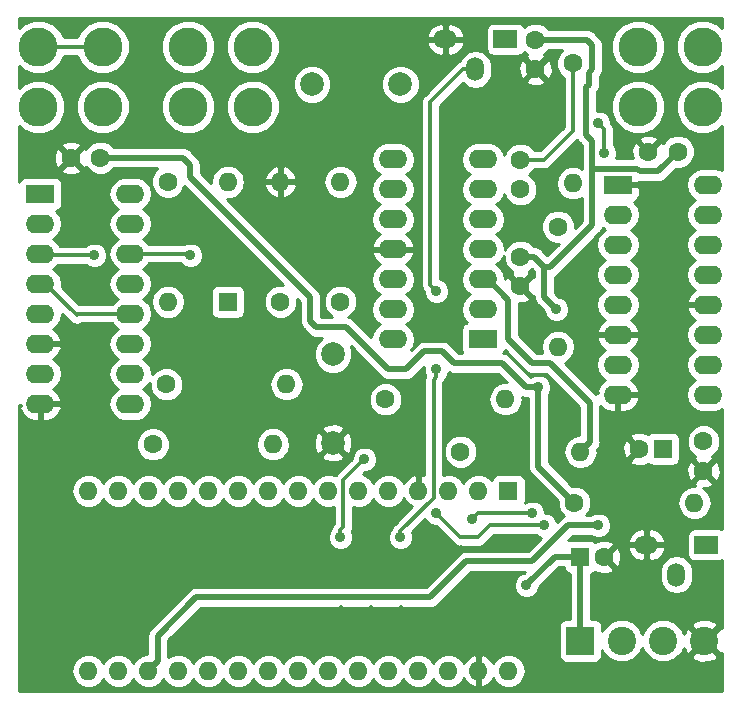
<source format=gbr>
G04 #@! TF.GenerationSoftware,KiCad,Pcbnew,(5.0.0-rc2-dev-179-gab3780148)*
G04 #@! TF.CreationDate,2018-03-20T17:07:22-05:00*
G04 #@! TF.ProjectId,conductivity_sensor_vert,636F6E6475637469766974795F73656E,rev?*
G04 #@! TF.SameCoordinates,Original*
G04 #@! TF.FileFunction,Copper,L1,Top,Signal*
G04 #@! TF.FilePolarity,Positive*
%FSLAX46Y46*%
G04 Gerber Fmt 4.6, Leading zero omitted, Abs format (unit mm)*
G04 Created by KiCad (PCBNEW (5.0.0-rc2-dev-179-gab3780148)) date 03/20/18 17:07:22*
%MOMM*%
%LPD*%
G01*
G04 APERTURE LIST*
%ADD10O,1.500000X2.000000*%
%ADD11R,2.000000X1.500000*%
%ADD12O,2.000000X1.500000*%
%ADD13C,1.600000*%
%ADD14R,1.600000X1.600000*%
%ADD15O,1.600000X1.600000*%
%ADD16R,2.400000X1.600000*%
%ADD17O,2.400000X1.600000*%
%ADD18R,2.400000X2.400000*%
%ADD19C,2.400000*%
%ADD20C,2.000000*%
%ADD21C,3.302000*%
%ADD22C,0.350000*%
%ADD23C,0.889000*%
%ADD24C,0.508000*%
%ADD25C,0.304800*%
%ADD26C,0.254000*%
G04 APERTURE END LIST*
D10*
X148590000Y-68580000D03*
D11*
X151130000Y-66040000D03*
D12*
X146050000Y-66040000D03*
D13*
X153670000Y-68580000D03*
X153670000Y-66080000D03*
D14*
X151384000Y-104267000D03*
D15*
X118364000Y-119507000D03*
X148844000Y-104267000D03*
X120904000Y-119507000D03*
X146304000Y-104267000D03*
X123444000Y-119507000D03*
X143764000Y-104267000D03*
X125984000Y-119507000D03*
X141224000Y-104267000D03*
X128524000Y-119507000D03*
X138684000Y-104267000D03*
X131064000Y-119507000D03*
X136144000Y-104267000D03*
X133604000Y-119507000D03*
X133604000Y-104267000D03*
X136144000Y-119507000D03*
X131064000Y-104267000D03*
X138684000Y-119507000D03*
X128524000Y-104267000D03*
X141224000Y-119507000D03*
X125984000Y-104267000D03*
X143764000Y-119507000D03*
X123444000Y-104267000D03*
X146304000Y-119507000D03*
X120904000Y-104267000D03*
X148844000Y-119507000D03*
X118364000Y-104267000D03*
X151384000Y-119507000D03*
X115824000Y-104267000D03*
X115824000Y-119507000D03*
D16*
X160655000Y-78359000D03*
D17*
X168275000Y-96139000D03*
X160655000Y-80899000D03*
X168275000Y-93599000D03*
X160655000Y-83439000D03*
X168275000Y-91059000D03*
X160655000Y-85979000D03*
X168275000Y-88519000D03*
X160655000Y-88519000D03*
X168275000Y-85979000D03*
X160655000Y-91059000D03*
X168275000Y-83439000D03*
X160655000Y-93599000D03*
X168275000Y-80899000D03*
X160655000Y-96139000D03*
X168275000Y-78359000D03*
D16*
X111760000Y-79121000D03*
D17*
X119380000Y-96901000D03*
X111760000Y-81661000D03*
X119380000Y-94361000D03*
X111760000Y-84201000D03*
X119380000Y-91821000D03*
X111760000Y-86741000D03*
X119380000Y-89281000D03*
X111760000Y-89281000D03*
X119380000Y-86741000D03*
X111760000Y-91821000D03*
X119380000Y-84201000D03*
X111760000Y-94361000D03*
X119380000Y-81661000D03*
X111760000Y-96901000D03*
X119380000Y-79121000D03*
D16*
X149225000Y-91440000D03*
D17*
X141605000Y-76200000D03*
X149225000Y-88900000D03*
X141605000Y-78740000D03*
X149225000Y-86360000D03*
X141605000Y-81280000D03*
X149225000Y-83820000D03*
X141605000Y-83820000D03*
X149225000Y-81280000D03*
X141605000Y-86360000D03*
X149225000Y-78740000D03*
X141605000Y-88900000D03*
X149225000Y-76200000D03*
X141605000Y-91440000D03*
D13*
X156845000Y-68072000D03*
D15*
X156845000Y-78232000D03*
D13*
X155575000Y-81915000D03*
D15*
X155575000Y-92075000D03*
D13*
X122428000Y-95250000D03*
D15*
X132588000Y-95250000D03*
D13*
X121285000Y-100330000D03*
D15*
X131445000Y-100330000D03*
D13*
X140970000Y-96520000D03*
D15*
X151130000Y-96520000D03*
D13*
X147320000Y-100965000D03*
D15*
X157480000Y-100965000D03*
D13*
X132080000Y-88265000D03*
D15*
X132080000Y-78105000D03*
D13*
X137160000Y-88265000D03*
D15*
X137160000Y-78105000D03*
D13*
X122555000Y-78105000D03*
D15*
X122555000Y-88265000D03*
D13*
X156972000Y-105283000D03*
D15*
X167132000Y-105283000D03*
D18*
X157480000Y-116967000D03*
D19*
X160980000Y-116967000D03*
X164480000Y-116967000D03*
X167980000Y-116967000D03*
D14*
X127635000Y-88265000D03*
D15*
X127635000Y-78105000D03*
D10*
X165608000Y-111379000D03*
D11*
X168148000Y-108839000D03*
D12*
X163068000Y-108839000D03*
D20*
X136525000Y-92710000D03*
X136525000Y-100210000D03*
D13*
X152400000Y-78740000D03*
X152400000Y-76240000D03*
X165735000Y-75565000D03*
X163235000Y-75565000D03*
D20*
X142240000Y-69850000D03*
X134740000Y-69850000D03*
D13*
X116840000Y-76073000D03*
X114340000Y-76073000D03*
X152400000Y-84455000D03*
X152400000Y-86955000D03*
X167894000Y-100076000D03*
X167894000Y-102576000D03*
D14*
X157480000Y-109855000D03*
D13*
X159480000Y-109855000D03*
D14*
X164465000Y-100711000D03*
D13*
X162465000Y-100711000D03*
D21*
X111582200Y-66675000D03*
X111582200Y-71755000D03*
X117017800Y-71755000D03*
X117017800Y-66675000D03*
X167817800Y-66675000D03*
X167817800Y-71755000D03*
X162382200Y-71755000D03*
X162382200Y-66675000D03*
X129717800Y-66675000D03*
X129717800Y-71755000D03*
X124282200Y-71755000D03*
X124282200Y-66675000D03*
D22*
X119405915Y-65880000D03*
X121945915Y-65880000D03*
X127025915Y-65880000D03*
X132105915Y-65880000D03*
X134645915Y-65880000D03*
X137185915Y-65880000D03*
X139725915Y-65880000D03*
X142265915Y-65880000D03*
X160045915Y-65880000D03*
X165125915Y-65880000D03*
X119405915Y-68420000D03*
X121945915Y-68420000D03*
X127025915Y-68420000D03*
X132105915Y-68420000D03*
X137185915Y-68420000D03*
X139725915Y-68420000D03*
X144805915Y-68420000D03*
X160045915Y-68420000D03*
X165125915Y-68420000D03*
X119405915Y-70960000D03*
X121945915Y-70960000D03*
X127025915Y-70960000D03*
X132105915Y-70960000D03*
X137185915Y-70960000D03*
X139725915Y-70960000D03*
X147345915Y-70960000D03*
X149885915Y-70960000D03*
X152425915Y-70960000D03*
X154965915Y-70960000D03*
X160045915Y-70960000D03*
X165125915Y-70960000D03*
X119405915Y-73500000D03*
X127025915Y-73500000D03*
X132105915Y-73500000D03*
X137185915Y-73500000D03*
X139725915Y-73500000D03*
X142265915Y-73500000D03*
X147345915Y-73500000D03*
X149885915Y-73500000D03*
X152425915Y-73500000D03*
X154965915Y-73500000D03*
X165125915Y-73500000D03*
X157505915Y-76040000D03*
X167665915Y-76040000D03*
X116865915Y-78580000D03*
X129565915Y-78580000D03*
X134645915Y-78580000D03*
X147345915Y-78580000D03*
X124485915Y-81120000D03*
X129565915Y-81120000D03*
X132105915Y-81120000D03*
X137185915Y-81120000D03*
X139725915Y-81120000D03*
X127025915Y-83660000D03*
X134645915Y-83660000D03*
X137185915Y-83660000D03*
X139725915Y-83660000D03*
X165125915Y-83660000D03*
X127025915Y-86200000D03*
X134645915Y-86200000D03*
X137185915Y-86200000D03*
X165125915Y-86200000D03*
X129565915Y-88740000D03*
X147345915Y-88740000D03*
X157505915Y-88740000D03*
X165125915Y-88740000D03*
X116865915Y-91280000D03*
X132105915Y-91280000D03*
X134645915Y-91280000D03*
X147345915Y-91280000D03*
X165125915Y-91280000D03*
X116865915Y-93820000D03*
X157505915Y-93820000D03*
X127025915Y-96360000D03*
X129565915Y-96360000D03*
X134645915Y-96360000D03*
X137185915Y-96360000D03*
X111785915Y-98900000D03*
X114325915Y-98900000D03*
X121945915Y-98900000D03*
X124485915Y-98900000D03*
X129565915Y-98900000D03*
X134645915Y-98900000D03*
X139725915Y-98900000D03*
X142265915Y-98900000D03*
X149885915Y-98900000D03*
X111785915Y-101440000D03*
X114325915Y-101440000D03*
X116865915Y-101440000D03*
X124485915Y-101440000D03*
X127025915Y-101440000D03*
X134645915Y-101440000D03*
X142265915Y-101440000D03*
X111785915Y-103980000D03*
X114325915Y-103980000D03*
X157505915Y-103980000D03*
X111785915Y-106520000D03*
X114325915Y-106520000D03*
X116865915Y-106520000D03*
X119405915Y-106520000D03*
X121945915Y-106520000D03*
X124485915Y-106520000D03*
X162585915Y-106520000D03*
X111785915Y-109060000D03*
X114325915Y-109060000D03*
X116865915Y-109060000D03*
X119405915Y-109060000D03*
X121945915Y-109060000D03*
X124485915Y-109060000D03*
X127025915Y-109060000D03*
X129565915Y-109060000D03*
X134645915Y-109060000D03*
X144805915Y-109060000D03*
X147345915Y-109060000D03*
X149885915Y-109060000D03*
X111785915Y-111600000D03*
X114325915Y-111600000D03*
X116865915Y-111600000D03*
X119405915Y-111600000D03*
X121945915Y-111600000D03*
X124485915Y-111600000D03*
X127025915Y-111600000D03*
X132105915Y-111600000D03*
X134645915Y-111600000D03*
X139725915Y-111600000D03*
X142265915Y-111600000D03*
X144805915Y-111600000D03*
X149885915Y-111600000D03*
X162585915Y-111600000D03*
X167665915Y-111600000D03*
X111785915Y-114140000D03*
X114325915Y-114140000D03*
X116865915Y-114140000D03*
X119405915Y-114140000D03*
X121945915Y-114140000D03*
X137185915Y-114140000D03*
X139725915Y-114140000D03*
X142265915Y-114140000D03*
X149885915Y-114140000D03*
X152425915Y-114140000D03*
X154965915Y-114140000D03*
X165125915Y-114140000D03*
X167665915Y-114140000D03*
X111785915Y-116680000D03*
X114325915Y-116680000D03*
X116865915Y-116680000D03*
X119405915Y-116680000D03*
X127025915Y-116680000D03*
X134645915Y-116680000D03*
X137185915Y-116680000D03*
X139725915Y-116680000D03*
X142265915Y-116680000D03*
X147345915Y-116680000D03*
X149885915Y-116680000D03*
X152425915Y-116680000D03*
X154965915Y-116680000D03*
X111785915Y-119220000D03*
X114325915Y-119220000D03*
X154965915Y-119220000D03*
X157505915Y-119220000D03*
X160045915Y-119220000D03*
X162585915Y-119220000D03*
X165125915Y-119220000D03*
X167665915Y-119220000D03*
D23*
X159004000Y-107188000D03*
X139192000Y-101600000D03*
X137160000Y-108204000D03*
X142240000Y-108204000D03*
X145288000Y-93980000D03*
X145288000Y-87376000D03*
X145288000Y-106172000D03*
X154432000Y-107188000D03*
X148336000Y-106680000D03*
X153416000Y-106172000D03*
X155448000Y-88900000D03*
X153924000Y-95504000D03*
X152908000Y-112268000D03*
X159004000Y-73152000D03*
X159512000Y-75692000D03*
X124460000Y-84328000D03*
X116332000Y-84328000D03*
D24*
X156464000Y-107188000D02*
X159004000Y-107188000D01*
X153416000Y-110236000D02*
X156464000Y-107188000D01*
X147828000Y-110236000D02*
X153416000Y-110236000D01*
X144780000Y-113284000D02*
X147828000Y-110236000D01*
X124968000Y-113284000D02*
X144780000Y-113284000D01*
X121703999Y-116548001D02*
X124968000Y-113284000D01*
X120904000Y-119507000D02*
X121703999Y-118707001D01*
X121703999Y-118707001D02*
X121703999Y-116548001D01*
X151384000Y-91440000D02*
X151384000Y-88119000D01*
X151384000Y-88119000D02*
X149625000Y-86360000D01*
X149625000Y-86360000D02*
X149225000Y-86360000D01*
X153416000Y-93472000D02*
X151384000Y-91440000D01*
X154940000Y-93472000D02*
X153416000Y-93472000D01*
X158279999Y-96811999D02*
X154940000Y-93472000D01*
X157480000Y-100965000D02*
X158279999Y-100165001D01*
X158279999Y-100165001D02*
X158279999Y-96811999D01*
D25*
X137160000Y-107575383D02*
X137401201Y-107334182D01*
X137160000Y-108204000D02*
X137160000Y-107575383D01*
X137401201Y-107334182D02*
X137401201Y-103390799D01*
X137401201Y-103390799D02*
X139192000Y-101600000D01*
X145288000Y-94608617D02*
X145046799Y-94849818D01*
X145288000Y-93980000D02*
X145288000Y-94608617D01*
X145046799Y-94849818D02*
X145046799Y-104870457D01*
X145046799Y-104870457D02*
X142240000Y-107677256D01*
X142240000Y-107677256D02*
X142240000Y-108204000D01*
X144780000Y-86868000D02*
X145288000Y-87376000D01*
X144780000Y-71335200D02*
X144780000Y-86868000D01*
X148590000Y-68580000D02*
X147535200Y-68580000D01*
X147535200Y-68580000D02*
X144780000Y-71335200D01*
X148844000Y-108204000D02*
X147320000Y-108204000D01*
X147320000Y-108204000D02*
X145288000Y-106172000D01*
X149860000Y-107188000D02*
X148844000Y-108204000D01*
X154432000Y-107188000D02*
X149860000Y-107188000D01*
X148844000Y-106172000D02*
X148336000Y-106680000D01*
X153416000Y-106172000D02*
X148844000Y-106172000D01*
D24*
X144272000Y-92456000D02*
X142748000Y-93980000D01*
X146812000Y-93472000D02*
X145796000Y-92456000D01*
X145796000Y-92456000D02*
X144272000Y-92456000D01*
X150876000Y-93472000D02*
X146812000Y-93472000D01*
X153924000Y-95504000D02*
X152908000Y-95504000D01*
X135128000Y-90424000D02*
X134620000Y-89916000D01*
X152908000Y-95504000D02*
X150876000Y-93472000D01*
X141224000Y-93980000D02*
X137668000Y-90424000D01*
X142748000Y-93980000D02*
X141224000Y-93980000D01*
X137668000Y-90424000D02*
X135128000Y-90424000D01*
X134620000Y-89916000D02*
X134620000Y-87884000D01*
X124460000Y-77724000D02*
X124460000Y-76708000D01*
X134620000Y-87884000D02*
X124460000Y-77724000D01*
X124460000Y-76708000D02*
X123825000Y-76073000D01*
X123825000Y-76073000D02*
X116840000Y-76073000D01*
X158496000Y-66548000D02*
X158028000Y-66080000D01*
X158028000Y-66080000D02*
X153670000Y-66080000D01*
X158496000Y-68580000D02*
X158496000Y-66548000D01*
X158203801Y-68872199D02*
X158496000Y-68580000D01*
X157988000Y-70104000D02*
X158203801Y-69888199D01*
X158203801Y-69888199D02*
X158203801Y-68872199D01*
X157988000Y-74168000D02*
X157988000Y-70104000D01*
X158496000Y-74676000D02*
X157988000Y-74168000D01*
X158496000Y-77216000D02*
X158496000Y-74676000D01*
X162302041Y-77000199D02*
X162517842Y-77216000D01*
X158711801Y-77000199D02*
X162302041Y-77000199D01*
X162517842Y-77216000D02*
X164084000Y-77216000D01*
X158496000Y-77216000D02*
X158711801Y-77000199D01*
X158496000Y-81788000D02*
X158496000Y-77216000D01*
X154432000Y-85344000D02*
X154940000Y-85344000D01*
X154940000Y-85344000D02*
X158496000Y-81788000D01*
X164084000Y-77216000D02*
X165735000Y-75565000D01*
X154432000Y-85344000D02*
X153543000Y-84455000D01*
X153543000Y-84455000D02*
X152400000Y-84455000D01*
X154432000Y-87884000D02*
X154432000Y-85344000D01*
X155448000Y-88900000D02*
X154432000Y-87884000D01*
X153924000Y-102235000D02*
X153924000Y-95504000D01*
X156972000Y-105283000D02*
X153924000Y-102235000D01*
X155321000Y-109855000D02*
X152908000Y-112268000D01*
X157480000Y-109855000D02*
X155321000Y-109855000D01*
X157480000Y-116967000D02*
X157480000Y-109855000D01*
D25*
X159512000Y-73660000D02*
X159004000Y-73152000D01*
X159512000Y-75692000D02*
X159512000Y-73660000D01*
X124333000Y-84201000D02*
X124460000Y-84328000D01*
X119380000Y-84201000D02*
X124333000Y-84201000D01*
X156845000Y-73787000D02*
X154392000Y-76240000D01*
X154392000Y-76240000D02*
X152400000Y-76240000D01*
X156845000Y-68072000D02*
X156845000Y-73787000D01*
X111582200Y-66675000D02*
X117017800Y-66675000D01*
X116332000Y-84328000D02*
X111887000Y-84328000D01*
X111887000Y-84328000D02*
X111760000Y-84201000D01*
X114827000Y-89408000D02*
X114954000Y-89281000D01*
X114954000Y-89281000D02*
X119380000Y-89281000D01*
X111760000Y-86741000D02*
X112160000Y-86741000D01*
X112160000Y-86741000D02*
X114827000Y-89408000D01*
D26*
G36*
X169445001Y-65069309D02*
X169112715Y-64737023D01*
X168272514Y-64389000D01*
X167363086Y-64389000D01*
X166522885Y-64737023D01*
X165879823Y-65380085D01*
X165531800Y-66220286D01*
X165531800Y-67129714D01*
X165879823Y-67969915D01*
X166522885Y-68612977D01*
X167363086Y-68961000D01*
X168272514Y-68961000D01*
X169112715Y-68612977D01*
X169445001Y-68280691D01*
X169445001Y-70149309D01*
X169112715Y-69817023D01*
X168272514Y-69469000D01*
X167363086Y-69469000D01*
X166522885Y-69817023D01*
X165879823Y-70460085D01*
X165531800Y-71300286D01*
X165531800Y-72209714D01*
X165879823Y-73049915D01*
X166522885Y-73692977D01*
X167363086Y-74041000D01*
X168272514Y-74041000D01*
X169112715Y-73692977D01*
X169445001Y-73360691D01*
X169445001Y-77147639D01*
X169234909Y-77007260D01*
X168816333Y-76924000D01*
X167733667Y-76924000D01*
X167315091Y-77007260D01*
X166840423Y-77324423D01*
X166523260Y-77799091D01*
X166411887Y-78359000D01*
X166523260Y-78918909D01*
X166840423Y-79393577D01*
X167192758Y-79629000D01*
X166840423Y-79864423D01*
X166523260Y-80339091D01*
X166411887Y-80899000D01*
X166523260Y-81458909D01*
X166840423Y-81933577D01*
X167192758Y-82169000D01*
X166840423Y-82404423D01*
X166523260Y-82879091D01*
X166411887Y-83439000D01*
X166523260Y-83998909D01*
X166840423Y-84473577D01*
X167192758Y-84709000D01*
X166840423Y-84944423D01*
X166523260Y-85419091D01*
X166411887Y-85979000D01*
X166523260Y-86538909D01*
X166840423Y-87013577D01*
X167196499Y-87251499D01*
X166770500Y-87594104D01*
X166500633Y-88087181D01*
X166483096Y-88169961D01*
X166605085Y-88392000D01*
X168148000Y-88392000D01*
X168148000Y-88372000D01*
X168402000Y-88372000D01*
X168402000Y-88392000D01*
X168422000Y-88392000D01*
X168422000Y-88646000D01*
X168402000Y-88646000D01*
X168402000Y-88666000D01*
X168148000Y-88666000D01*
X168148000Y-88646000D01*
X166605085Y-88646000D01*
X166483096Y-88868039D01*
X166500633Y-88950819D01*
X166770500Y-89443896D01*
X167196499Y-89786501D01*
X166840423Y-90024423D01*
X166523260Y-90499091D01*
X166411887Y-91059000D01*
X166523260Y-91618909D01*
X166840423Y-92093577D01*
X167192758Y-92329000D01*
X166840423Y-92564423D01*
X166523260Y-93039091D01*
X166411887Y-93599000D01*
X166523260Y-94158909D01*
X166840423Y-94633577D01*
X167192758Y-94869000D01*
X166840423Y-95104423D01*
X166523260Y-95579091D01*
X166411887Y-96139000D01*
X166523260Y-96698909D01*
X166840423Y-97173577D01*
X167315091Y-97490740D01*
X167733667Y-97574000D01*
X168816333Y-97574000D01*
X169234909Y-97490740D01*
X169445000Y-97350361D01*
X169445000Y-107523741D01*
X169395765Y-107490843D01*
X169148000Y-107441560D01*
X167148000Y-107441560D01*
X166900235Y-107490843D01*
X166690191Y-107631191D01*
X166549843Y-107841235D01*
X166500560Y-108089000D01*
X166500560Y-109589000D01*
X166549843Y-109836765D01*
X166690191Y-110046809D01*
X166900235Y-110187157D01*
X167148000Y-110236440D01*
X169148000Y-110236440D01*
X169395765Y-110187157D01*
X169445000Y-110154259D01*
X169445000Y-115921281D01*
X169277175Y-115849430D01*
X168159605Y-116967000D01*
X169277175Y-118084570D01*
X169445000Y-118012719D01*
X169445000Y-121185000D01*
X109955000Y-121185000D01*
X109955000Y-104267000D01*
X114360887Y-104267000D01*
X114472260Y-104826909D01*
X114789423Y-105301577D01*
X115264091Y-105618740D01*
X115682667Y-105702000D01*
X115965333Y-105702000D01*
X116383909Y-105618740D01*
X116858577Y-105301577D01*
X117094000Y-104949242D01*
X117329423Y-105301577D01*
X117804091Y-105618740D01*
X118222667Y-105702000D01*
X118505333Y-105702000D01*
X118923909Y-105618740D01*
X119398577Y-105301577D01*
X119634000Y-104949242D01*
X119869423Y-105301577D01*
X120344091Y-105618740D01*
X120762667Y-105702000D01*
X121045333Y-105702000D01*
X121463909Y-105618740D01*
X121938577Y-105301577D01*
X122174000Y-104949242D01*
X122409423Y-105301577D01*
X122884091Y-105618740D01*
X123302667Y-105702000D01*
X123585333Y-105702000D01*
X124003909Y-105618740D01*
X124478577Y-105301577D01*
X124714000Y-104949242D01*
X124949423Y-105301577D01*
X125424091Y-105618740D01*
X125842667Y-105702000D01*
X126125333Y-105702000D01*
X126543909Y-105618740D01*
X127018577Y-105301577D01*
X127254000Y-104949242D01*
X127489423Y-105301577D01*
X127964091Y-105618740D01*
X128382667Y-105702000D01*
X128665333Y-105702000D01*
X129083909Y-105618740D01*
X129558577Y-105301577D01*
X129794000Y-104949242D01*
X130029423Y-105301577D01*
X130504091Y-105618740D01*
X130922667Y-105702000D01*
X131205333Y-105702000D01*
X131623909Y-105618740D01*
X132098577Y-105301577D01*
X132334000Y-104949242D01*
X132569423Y-105301577D01*
X133044091Y-105618740D01*
X133462667Y-105702000D01*
X133745333Y-105702000D01*
X134163909Y-105618740D01*
X134638577Y-105301577D01*
X134874000Y-104949242D01*
X135109423Y-105301577D01*
X135584091Y-105618740D01*
X136002667Y-105702000D01*
X136285333Y-105702000D01*
X136613801Y-105636664D01*
X136613801Y-106993344D01*
X136592317Y-107007699D01*
X136418285Y-107268155D01*
X136380813Y-107456543D01*
X136244844Y-107592512D01*
X136080500Y-107989274D01*
X136080500Y-108418726D01*
X136244844Y-108815488D01*
X136548512Y-109119156D01*
X136945274Y-109283500D01*
X137374726Y-109283500D01*
X137771488Y-109119156D01*
X138075156Y-108815488D01*
X138239500Y-108418726D01*
X138239500Y-107989274D01*
X138113590Y-107685300D01*
X138142916Y-107641410D01*
X138188601Y-107411734D01*
X138188601Y-107411733D01*
X138204027Y-107334182D01*
X138188601Y-107256631D01*
X138188601Y-105631572D01*
X138542667Y-105702000D01*
X138825333Y-105702000D01*
X139243909Y-105618740D01*
X139718577Y-105301577D01*
X139954000Y-104949242D01*
X140189423Y-105301577D01*
X140664091Y-105618740D01*
X141082667Y-105702000D01*
X141365333Y-105702000D01*
X141783909Y-105618740D01*
X142258577Y-105301577D01*
X142514947Y-104917892D01*
X142611611Y-105122134D01*
X143026577Y-105498041D01*
X143223925Y-105579780D01*
X141738065Y-107065640D01*
X141672316Y-107109572D01*
X141498285Y-107370029D01*
X141486108Y-107431248D01*
X141324844Y-107592512D01*
X141160500Y-107989274D01*
X141160500Y-108418726D01*
X141324844Y-108815488D01*
X141628512Y-109119156D01*
X142025274Y-109283500D01*
X142454726Y-109283500D01*
X142851488Y-109119156D01*
X143155156Y-108815488D01*
X143319500Y-108418726D01*
X143319500Y-107989274D01*
X143238085Y-107792722D01*
X144336079Y-106694729D01*
X144372844Y-106783488D01*
X144676512Y-107087156D01*
X145073274Y-107251500D01*
X145253949Y-107251500D01*
X146708386Y-108705938D01*
X146752316Y-108771684D01*
X147012772Y-108945715D01*
X147242448Y-108991400D01*
X147242449Y-108991400D01*
X147320000Y-109006826D01*
X147397551Y-108991400D01*
X148766449Y-108991400D01*
X148844000Y-109006826D01*
X148921551Y-108991400D01*
X148921552Y-108991400D01*
X149151228Y-108945715D01*
X149411684Y-108771684D01*
X149455616Y-108705935D01*
X150186152Y-107975400D01*
X153692756Y-107975400D01*
X153820512Y-108103156D01*
X154153628Y-108241137D01*
X153047765Y-109347000D01*
X147915555Y-109347000D01*
X147828000Y-109329584D01*
X147740445Y-109347000D01*
X147740444Y-109347000D01*
X147481130Y-109398581D01*
X147187067Y-109595067D01*
X147137471Y-109669293D01*
X144411765Y-112395000D01*
X125055550Y-112395000D01*
X124967999Y-112377585D01*
X124880448Y-112395000D01*
X124880444Y-112395000D01*
X124621130Y-112446581D01*
X124327067Y-112643067D01*
X124277471Y-112717293D01*
X121137293Y-115857472D01*
X121063067Y-115907068D01*
X121013471Y-115981294D01*
X121013470Y-115981295D01*
X120866581Y-116201131D01*
X120797583Y-116548001D01*
X120815000Y-116635560D01*
X120814999Y-118072000D01*
X120762667Y-118072000D01*
X120344091Y-118155260D01*
X119869423Y-118472423D01*
X119634000Y-118824758D01*
X119398577Y-118472423D01*
X118923909Y-118155260D01*
X118505333Y-118072000D01*
X118222667Y-118072000D01*
X117804091Y-118155260D01*
X117329423Y-118472423D01*
X117094000Y-118824758D01*
X116858577Y-118472423D01*
X116383909Y-118155260D01*
X115965333Y-118072000D01*
X115682667Y-118072000D01*
X115264091Y-118155260D01*
X114789423Y-118472423D01*
X114472260Y-118947091D01*
X114360887Y-119507000D01*
X114472260Y-120066909D01*
X114789423Y-120541577D01*
X115264091Y-120858740D01*
X115682667Y-120942000D01*
X115965333Y-120942000D01*
X116383909Y-120858740D01*
X116858577Y-120541577D01*
X117094000Y-120189242D01*
X117329423Y-120541577D01*
X117804091Y-120858740D01*
X118222667Y-120942000D01*
X118505333Y-120942000D01*
X118923909Y-120858740D01*
X119398577Y-120541577D01*
X119634000Y-120189242D01*
X119869423Y-120541577D01*
X120344091Y-120858740D01*
X120762667Y-120942000D01*
X121045333Y-120942000D01*
X121463909Y-120858740D01*
X121938577Y-120541577D01*
X122174000Y-120189242D01*
X122409423Y-120541577D01*
X122884091Y-120858740D01*
X123302667Y-120942000D01*
X123585333Y-120942000D01*
X124003909Y-120858740D01*
X124478577Y-120541577D01*
X124714000Y-120189242D01*
X124949423Y-120541577D01*
X125424091Y-120858740D01*
X125842667Y-120942000D01*
X126125333Y-120942000D01*
X126543909Y-120858740D01*
X127018577Y-120541577D01*
X127254000Y-120189242D01*
X127489423Y-120541577D01*
X127964091Y-120858740D01*
X128382667Y-120942000D01*
X128665333Y-120942000D01*
X129083909Y-120858740D01*
X129558577Y-120541577D01*
X129794000Y-120189242D01*
X130029423Y-120541577D01*
X130504091Y-120858740D01*
X130922667Y-120942000D01*
X131205333Y-120942000D01*
X131623909Y-120858740D01*
X132098577Y-120541577D01*
X132334000Y-120189242D01*
X132569423Y-120541577D01*
X133044091Y-120858740D01*
X133462667Y-120942000D01*
X133745333Y-120942000D01*
X134163909Y-120858740D01*
X134638577Y-120541577D01*
X134874000Y-120189242D01*
X135109423Y-120541577D01*
X135584091Y-120858740D01*
X136002667Y-120942000D01*
X136285333Y-120942000D01*
X136703909Y-120858740D01*
X137178577Y-120541577D01*
X137414000Y-120189242D01*
X137649423Y-120541577D01*
X138124091Y-120858740D01*
X138542667Y-120942000D01*
X138825333Y-120942000D01*
X139243909Y-120858740D01*
X139718577Y-120541577D01*
X139954000Y-120189242D01*
X140189423Y-120541577D01*
X140664091Y-120858740D01*
X141082667Y-120942000D01*
X141365333Y-120942000D01*
X141783909Y-120858740D01*
X142258577Y-120541577D01*
X142494000Y-120189242D01*
X142729423Y-120541577D01*
X143204091Y-120858740D01*
X143622667Y-120942000D01*
X143905333Y-120942000D01*
X144323909Y-120858740D01*
X144798577Y-120541577D01*
X145034000Y-120189242D01*
X145269423Y-120541577D01*
X145744091Y-120858740D01*
X146162667Y-120942000D01*
X146445333Y-120942000D01*
X146863909Y-120858740D01*
X147338577Y-120541577D01*
X147594947Y-120157892D01*
X147691611Y-120362134D01*
X148106577Y-120738041D01*
X148494961Y-120898904D01*
X148717000Y-120776915D01*
X148717000Y-119634000D01*
X148697000Y-119634000D01*
X148697000Y-119380000D01*
X148717000Y-119380000D01*
X148717000Y-118237085D01*
X148971000Y-118237085D01*
X148971000Y-119380000D01*
X148991000Y-119380000D01*
X148991000Y-119634000D01*
X148971000Y-119634000D01*
X148971000Y-120776915D01*
X149193039Y-120898904D01*
X149581423Y-120738041D01*
X149996389Y-120362134D01*
X150093053Y-120157892D01*
X150349423Y-120541577D01*
X150824091Y-120858740D01*
X151242667Y-120942000D01*
X151525333Y-120942000D01*
X151943909Y-120858740D01*
X152418577Y-120541577D01*
X152735740Y-120066909D01*
X152847113Y-119507000D01*
X152735740Y-118947091D01*
X152418577Y-118472423D01*
X151943909Y-118155260D01*
X151525333Y-118072000D01*
X151242667Y-118072000D01*
X150824091Y-118155260D01*
X150349423Y-118472423D01*
X150093053Y-118856108D01*
X149996389Y-118651866D01*
X149581423Y-118275959D01*
X149193039Y-118115096D01*
X148971000Y-118237085D01*
X148717000Y-118237085D01*
X148494961Y-118115096D01*
X148106577Y-118275959D01*
X147691611Y-118651866D01*
X147594947Y-118856108D01*
X147338577Y-118472423D01*
X146863909Y-118155260D01*
X146445333Y-118072000D01*
X146162667Y-118072000D01*
X145744091Y-118155260D01*
X145269423Y-118472423D01*
X145034000Y-118824758D01*
X144798577Y-118472423D01*
X144323909Y-118155260D01*
X143905333Y-118072000D01*
X143622667Y-118072000D01*
X143204091Y-118155260D01*
X142729423Y-118472423D01*
X142494000Y-118824758D01*
X142258577Y-118472423D01*
X141783909Y-118155260D01*
X141365333Y-118072000D01*
X141082667Y-118072000D01*
X140664091Y-118155260D01*
X140189423Y-118472423D01*
X139954000Y-118824758D01*
X139718577Y-118472423D01*
X139243909Y-118155260D01*
X138825333Y-118072000D01*
X138542667Y-118072000D01*
X138124091Y-118155260D01*
X137649423Y-118472423D01*
X137414000Y-118824758D01*
X137178577Y-118472423D01*
X136703909Y-118155260D01*
X136285333Y-118072000D01*
X136002667Y-118072000D01*
X135584091Y-118155260D01*
X135109423Y-118472423D01*
X134874000Y-118824758D01*
X134638577Y-118472423D01*
X134163909Y-118155260D01*
X133745333Y-118072000D01*
X133462667Y-118072000D01*
X133044091Y-118155260D01*
X132569423Y-118472423D01*
X132334000Y-118824758D01*
X132098577Y-118472423D01*
X131623909Y-118155260D01*
X131205333Y-118072000D01*
X130922667Y-118072000D01*
X130504091Y-118155260D01*
X130029423Y-118472423D01*
X129794000Y-118824758D01*
X129558577Y-118472423D01*
X129083909Y-118155260D01*
X128665333Y-118072000D01*
X128382667Y-118072000D01*
X127964091Y-118155260D01*
X127489423Y-118472423D01*
X127254000Y-118824758D01*
X127018577Y-118472423D01*
X126543909Y-118155260D01*
X126125333Y-118072000D01*
X125842667Y-118072000D01*
X125424091Y-118155260D01*
X124949423Y-118472423D01*
X124714000Y-118824758D01*
X124478577Y-118472423D01*
X124003909Y-118155260D01*
X123585333Y-118072000D01*
X123302667Y-118072000D01*
X122884091Y-118155260D01*
X122592999Y-118349761D01*
X122592999Y-116916236D01*
X125336236Y-114173000D01*
X144692445Y-114173000D01*
X144780000Y-114190416D01*
X144867555Y-114173000D01*
X144867556Y-114173000D01*
X145126870Y-114121419D01*
X145420933Y-113924933D01*
X145470531Y-113850704D01*
X148196236Y-111125000D01*
X152793765Y-111125000D01*
X152730265Y-111188500D01*
X152693274Y-111188500D01*
X152296512Y-111352844D01*
X151992844Y-111656512D01*
X151828500Y-112053274D01*
X151828500Y-112482726D01*
X151992844Y-112879488D01*
X152296512Y-113183156D01*
X152693274Y-113347500D01*
X153122726Y-113347500D01*
X153519488Y-113183156D01*
X153823156Y-112879488D01*
X153987500Y-112482726D01*
X153987500Y-112445735D01*
X155689236Y-110744000D01*
X156050263Y-110744000D01*
X156081843Y-110902765D01*
X156222191Y-111112809D01*
X156432235Y-111253157D01*
X156591001Y-111284737D01*
X156591000Y-115119560D01*
X156280000Y-115119560D01*
X156032235Y-115168843D01*
X155822191Y-115309191D01*
X155681843Y-115519235D01*
X155632560Y-115767000D01*
X155632560Y-118167000D01*
X155681843Y-118414765D01*
X155822191Y-118624809D01*
X156032235Y-118765157D01*
X156280000Y-118814440D01*
X158680000Y-118814440D01*
X158927765Y-118765157D01*
X159137809Y-118624809D01*
X159278157Y-118414765D01*
X159327440Y-118167000D01*
X159327440Y-117772453D01*
X159424362Y-118006444D01*
X159940556Y-118522638D01*
X160614996Y-118802000D01*
X161345004Y-118802000D01*
X162019444Y-118522638D01*
X162535638Y-118006444D01*
X162730000Y-117537212D01*
X162924362Y-118006444D01*
X163440556Y-118522638D01*
X164114996Y-118802000D01*
X164845004Y-118802000D01*
X165519444Y-118522638D01*
X165777907Y-118264175D01*
X166862430Y-118264175D01*
X166985565Y-118551788D01*
X167667734Y-118811707D01*
X168397443Y-118790786D01*
X168974435Y-118551788D01*
X169097570Y-118264175D01*
X167980000Y-117146605D01*
X166862430Y-118264175D01*
X165777907Y-118264175D01*
X166035638Y-118006444D01*
X166224747Y-117549895D01*
X166395212Y-117961435D01*
X166682825Y-118084570D01*
X167800395Y-116967000D01*
X166682825Y-115849430D01*
X166395212Y-115972565D01*
X166231862Y-116401284D01*
X166035638Y-115927556D01*
X165777907Y-115669825D01*
X166862430Y-115669825D01*
X167980000Y-116787395D01*
X169097570Y-115669825D01*
X168974435Y-115382212D01*
X168292266Y-115122293D01*
X167562557Y-115143214D01*
X166985565Y-115382212D01*
X166862430Y-115669825D01*
X165777907Y-115669825D01*
X165519444Y-115411362D01*
X164845004Y-115132000D01*
X164114996Y-115132000D01*
X163440556Y-115411362D01*
X162924362Y-115927556D01*
X162730000Y-116396788D01*
X162535638Y-115927556D01*
X162019444Y-115411362D01*
X161345004Y-115132000D01*
X160614996Y-115132000D01*
X159940556Y-115411362D01*
X159424362Y-115927556D01*
X159327440Y-116161547D01*
X159327440Y-115767000D01*
X159278157Y-115519235D01*
X159137809Y-115309191D01*
X158927765Y-115168843D01*
X158680000Y-115119560D01*
X158369000Y-115119560D01*
X158369000Y-111284737D01*
X158527765Y-111253157D01*
X158737516Y-111113005D01*
X159263223Y-111301965D01*
X159833454Y-111274778D01*
X160234005Y-111108864D01*
X160269027Y-110992593D01*
X164223000Y-110992593D01*
X164223000Y-111765406D01*
X164303359Y-112169399D01*
X164609471Y-112627528D01*
X165067600Y-112933641D01*
X165608000Y-113041133D01*
X166148399Y-112933641D01*
X166606528Y-112627529D01*
X166912641Y-112169400D01*
X166993000Y-111765407D01*
X166993000Y-110992594D01*
X166912641Y-110588601D01*
X166606529Y-110130471D01*
X166148400Y-109824359D01*
X165608000Y-109716867D01*
X165067601Y-109824359D01*
X164609472Y-110130471D01*
X164303359Y-110588600D01*
X164223000Y-110992593D01*
X160269027Y-110992593D01*
X160308139Y-110862745D01*
X159480000Y-110034605D01*
X159465858Y-110048748D01*
X159286253Y-109869143D01*
X159300395Y-109855000D01*
X159659605Y-109855000D01*
X160487745Y-110683139D01*
X160733864Y-110609005D01*
X160926965Y-110071777D01*
X160899778Y-109501546D01*
X160766666Y-109180185D01*
X161475682Y-109180185D01*
X161494519Y-109283235D01*
X161765264Y-109755894D01*
X162196279Y-110088964D01*
X162721945Y-110231739D01*
X162941000Y-110070868D01*
X162941000Y-108966000D01*
X163195000Y-108966000D01*
X163195000Y-110070868D01*
X163414055Y-110231739D01*
X163939721Y-110088964D01*
X164370736Y-109755894D01*
X164641481Y-109283235D01*
X164660318Y-109180185D01*
X164537656Y-108966000D01*
X163195000Y-108966000D01*
X162941000Y-108966000D01*
X161598344Y-108966000D01*
X161475682Y-109180185D01*
X160766666Y-109180185D01*
X160733864Y-109100995D01*
X160487745Y-109026861D01*
X159659605Y-109855000D01*
X159300395Y-109855000D01*
X159286253Y-109840858D01*
X159465858Y-109661252D01*
X159480000Y-109675395D01*
X160308139Y-108847255D01*
X160234005Y-108601136D01*
X159946555Y-108497815D01*
X161475682Y-108497815D01*
X161598344Y-108712000D01*
X162941000Y-108712000D01*
X162941000Y-107607132D01*
X163195000Y-107607132D01*
X163195000Y-108712000D01*
X164537656Y-108712000D01*
X164660318Y-108497815D01*
X164641481Y-108394765D01*
X164370736Y-107922106D01*
X163939721Y-107589036D01*
X163414055Y-107446261D01*
X163195000Y-107607132D01*
X162941000Y-107607132D01*
X162721945Y-107446261D01*
X162196279Y-107589036D01*
X161765264Y-107922106D01*
X161494519Y-108394765D01*
X161475682Y-108497815D01*
X159946555Y-108497815D01*
X159696777Y-108408035D01*
X159126546Y-108435222D01*
X158736933Y-108596605D01*
X158527765Y-108456843D01*
X158280000Y-108407560D01*
X156680000Y-108407560D01*
X156457398Y-108451838D01*
X156832236Y-108077000D01*
X158366356Y-108077000D01*
X158392512Y-108103156D01*
X158789274Y-108267500D01*
X159218726Y-108267500D01*
X159615488Y-108103156D01*
X159919156Y-107799488D01*
X160083500Y-107402726D01*
X160083500Y-106973274D01*
X159919156Y-106576512D01*
X159615488Y-106272844D01*
X159218726Y-106108500D01*
X158789274Y-106108500D01*
X158392512Y-106272844D01*
X158366356Y-106299000D01*
X157985396Y-106299000D01*
X158188534Y-106095862D01*
X158407000Y-105568439D01*
X158407000Y-105283000D01*
X165668887Y-105283000D01*
X165780260Y-105842909D01*
X166097423Y-106317577D01*
X166572091Y-106634740D01*
X166990667Y-106718000D01*
X167273333Y-106718000D01*
X167691909Y-106634740D01*
X168166577Y-106317577D01*
X168483740Y-105842909D01*
X168595113Y-105283000D01*
X168483740Y-104723091D01*
X168166577Y-104248423D01*
X167819036Y-104016204D01*
X168247454Y-103995778D01*
X168648005Y-103829864D01*
X168722139Y-103583745D01*
X167894000Y-102755605D01*
X167065861Y-103583745D01*
X167139995Y-103829864D01*
X167190451Y-103848000D01*
X166990667Y-103848000D01*
X166572091Y-103931260D01*
X166097423Y-104248423D01*
X165780260Y-104723091D01*
X165668887Y-105283000D01*
X158407000Y-105283000D01*
X158407000Y-104997561D01*
X158188534Y-104470138D01*
X157784862Y-104066466D01*
X157257439Y-103848000D01*
X156794236Y-103848000D01*
X154813000Y-101866765D01*
X154813000Y-96141644D01*
X154839156Y-96115488D01*
X155003500Y-95718726D01*
X155003500Y-95289274D01*
X154839156Y-94892512D01*
X154535488Y-94588844D01*
X154138726Y-94424500D01*
X153709274Y-94424500D01*
X153312512Y-94588844D01*
X153286356Y-94615000D01*
X153276236Y-94615000D01*
X151566531Y-92905296D01*
X151516933Y-92831067D01*
X151222870Y-92634581D01*
X150963556Y-92583000D01*
X150963555Y-92583000D01*
X150959996Y-92582292D01*
X151023157Y-92487765D01*
X151048271Y-92361506D01*
X152725470Y-94038706D01*
X152775067Y-94112933D01*
X153069130Y-94309419D01*
X153328444Y-94361000D01*
X153328445Y-94361000D01*
X153416000Y-94378416D01*
X153503555Y-94361000D01*
X154571765Y-94361000D01*
X157391000Y-97180236D01*
X157390999Y-99530000D01*
X157338667Y-99530000D01*
X156920091Y-99613260D01*
X156445423Y-99930423D01*
X156128260Y-100405091D01*
X156016887Y-100965000D01*
X156128260Y-101524909D01*
X156445423Y-101999577D01*
X156920091Y-102316740D01*
X157338667Y-102400000D01*
X157621333Y-102400000D01*
X157826332Y-102359223D01*
X166447035Y-102359223D01*
X166474222Y-102929454D01*
X166640136Y-103330005D01*
X166886255Y-103404139D01*
X167714395Y-102576000D01*
X168073605Y-102576000D01*
X168901745Y-103404139D01*
X169147864Y-103330005D01*
X169340965Y-102792777D01*
X169313778Y-102222546D01*
X169147864Y-101821995D01*
X168901745Y-101747861D01*
X168073605Y-102576000D01*
X167714395Y-102576000D01*
X166886255Y-101747861D01*
X166640136Y-101821995D01*
X166447035Y-102359223D01*
X157826332Y-102359223D01*
X158039909Y-102316740D01*
X158514577Y-101999577D01*
X158831740Y-101524909D01*
X158943113Y-100965000D01*
X158912582Y-100811513D01*
X158920932Y-100805934D01*
X159117418Y-100511871D01*
X159120928Y-100494223D01*
X161018035Y-100494223D01*
X161045222Y-101064454D01*
X161211136Y-101465005D01*
X161457255Y-101539139D01*
X162285395Y-100711000D01*
X161457255Y-99882861D01*
X161211136Y-99956995D01*
X161018035Y-100494223D01*
X159120928Y-100494223D01*
X159168999Y-100252557D01*
X159168999Y-100252553D01*
X159186414Y-100165002D01*
X159168999Y-100077451D01*
X159168999Y-99703255D01*
X161636861Y-99703255D01*
X162465000Y-100531395D01*
X162479142Y-100517252D01*
X162658748Y-100696858D01*
X162644605Y-100711000D01*
X162658748Y-100725143D01*
X162479142Y-100904748D01*
X162465000Y-100890605D01*
X161636861Y-101718745D01*
X161710995Y-101964864D01*
X162248223Y-102157965D01*
X162818454Y-102130778D01*
X163208067Y-101969395D01*
X163417235Y-102109157D01*
X163665000Y-102158440D01*
X165265000Y-102158440D01*
X165512765Y-102109157D01*
X165722809Y-101968809D01*
X165863157Y-101758765D01*
X165912440Y-101511000D01*
X165912440Y-99911000D01*
X165888484Y-99790561D01*
X166459000Y-99790561D01*
X166459000Y-100361439D01*
X166677466Y-100888862D01*
X167081138Y-101292534D01*
X167146299Y-101319525D01*
X167139995Y-101322136D01*
X167065861Y-101568255D01*
X167894000Y-102396395D01*
X168722139Y-101568255D01*
X168648005Y-101322136D01*
X168641254Y-101319710D01*
X168706862Y-101292534D01*
X169110534Y-100888862D01*
X169329000Y-100361439D01*
X169329000Y-99790561D01*
X169110534Y-99263138D01*
X168706862Y-98859466D01*
X168179439Y-98641000D01*
X167608561Y-98641000D01*
X167081138Y-98859466D01*
X166677466Y-99263138D01*
X166459000Y-99790561D01*
X165888484Y-99790561D01*
X165863157Y-99663235D01*
X165722809Y-99453191D01*
X165512765Y-99312843D01*
X165265000Y-99263560D01*
X163665000Y-99263560D01*
X163417235Y-99312843D01*
X163207484Y-99452995D01*
X162681777Y-99264035D01*
X162111546Y-99291222D01*
X161710995Y-99457136D01*
X161636861Y-99703255D01*
X159168999Y-99703255D01*
X159168999Y-97078774D01*
X159588517Y-97416166D01*
X160128000Y-97574000D01*
X160528000Y-97574000D01*
X160528000Y-96266000D01*
X160782000Y-96266000D01*
X160782000Y-97574000D01*
X161182000Y-97574000D01*
X161721483Y-97416166D01*
X162159500Y-97063896D01*
X162429367Y-96570819D01*
X162446904Y-96488039D01*
X162324915Y-96266000D01*
X160782000Y-96266000D01*
X160528000Y-96266000D01*
X160508000Y-96266000D01*
X160508000Y-96012000D01*
X160528000Y-96012000D01*
X160528000Y-95992000D01*
X160782000Y-95992000D01*
X160782000Y-96012000D01*
X162324915Y-96012000D01*
X162446904Y-95789961D01*
X162429367Y-95707181D01*
X162159500Y-95214104D01*
X161733501Y-94871499D01*
X162089577Y-94633577D01*
X162406740Y-94158909D01*
X162518113Y-93599000D01*
X162406740Y-93039091D01*
X162089577Y-92564423D01*
X161733501Y-92326501D01*
X162159500Y-91983896D01*
X162429367Y-91490819D01*
X162446904Y-91408039D01*
X162324915Y-91186000D01*
X160782000Y-91186000D01*
X160782000Y-91206000D01*
X160528000Y-91206000D01*
X160528000Y-91186000D01*
X158985085Y-91186000D01*
X158863096Y-91408039D01*
X158880633Y-91490819D01*
X159150500Y-91983896D01*
X159576499Y-92326501D01*
X159220423Y-92564423D01*
X158903260Y-93039091D01*
X158791887Y-93599000D01*
X158903260Y-94158909D01*
X159220423Y-94633577D01*
X159576499Y-94871499D01*
X159150500Y-95214104D01*
X158880633Y-95707181D01*
X158863096Y-95789961D01*
X158985084Y-96011998D01*
X158820000Y-96011998D01*
X158820000Y-96094764D01*
X156145139Y-93419904D01*
X156609577Y-93109577D01*
X156926740Y-92634909D01*
X157038113Y-92075000D01*
X156926740Y-91515091D01*
X156609577Y-91040423D01*
X156134909Y-90723260D01*
X155716333Y-90640000D01*
X155433667Y-90640000D01*
X155015091Y-90723260D01*
X154540423Y-91040423D01*
X154223260Y-91515091D01*
X154111887Y-92075000D01*
X154212935Y-92583000D01*
X153784236Y-92583000D01*
X152273000Y-91071765D01*
X152273000Y-88397685D01*
X152753454Y-88374778D01*
X153154005Y-88208864D01*
X153228139Y-87962745D01*
X152400000Y-87134605D01*
X152385858Y-87148748D01*
X152206252Y-86969142D01*
X152220395Y-86955000D01*
X151392255Y-86126861D01*
X151146136Y-86200995D01*
X151087035Y-86365422D01*
X151088113Y-86360000D01*
X150976740Y-85800091D01*
X150659577Y-85325423D01*
X150307242Y-85090000D01*
X150659577Y-84854577D01*
X150965000Y-84397479D01*
X150965000Y-84740439D01*
X151183466Y-85267862D01*
X151587138Y-85671534D01*
X151652299Y-85698525D01*
X151645995Y-85701136D01*
X151571861Y-85947255D01*
X152400000Y-86775395D01*
X153228139Y-85947255D01*
X153154005Y-85701136D01*
X153147254Y-85698710D01*
X153212862Y-85671534D01*
X153357580Y-85526816D01*
X153543001Y-85712237D01*
X153543001Y-86167602D01*
X153407745Y-86126861D01*
X152579605Y-86955000D01*
X153407745Y-87783139D01*
X153543000Y-87742399D01*
X153543000Y-87796444D01*
X153525584Y-87884000D01*
X153543000Y-87971555D01*
X153594581Y-88230869D01*
X153791067Y-88524933D01*
X153865296Y-88574531D01*
X154368500Y-89077736D01*
X154368500Y-89114726D01*
X154532844Y-89511488D01*
X154836512Y-89815156D01*
X155233274Y-89979500D01*
X155662726Y-89979500D01*
X156059488Y-89815156D01*
X156363156Y-89511488D01*
X156527500Y-89114726D01*
X156527500Y-88685274D01*
X156363156Y-88288512D01*
X156059488Y-87984844D01*
X155662726Y-87820500D01*
X155625736Y-87820500D01*
X155321000Y-87515765D01*
X155321000Y-86158614D01*
X155580933Y-85984933D01*
X155630531Y-85910704D01*
X159062707Y-82478529D01*
X159136933Y-82428933D01*
X159333419Y-82134870D01*
X159355505Y-82023836D01*
X159572758Y-82169000D01*
X159220423Y-82404423D01*
X158903260Y-82879091D01*
X158791887Y-83439000D01*
X158903260Y-83998909D01*
X159220423Y-84473577D01*
X159572758Y-84709000D01*
X159220423Y-84944423D01*
X158903260Y-85419091D01*
X158791887Y-85979000D01*
X158903260Y-86538909D01*
X159220423Y-87013577D01*
X159572758Y-87249000D01*
X159220423Y-87484423D01*
X158903260Y-87959091D01*
X158791887Y-88519000D01*
X158903260Y-89078909D01*
X159220423Y-89553577D01*
X159576499Y-89791499D01*
X159150500Y-90134104D01*
X158880633Y-90627181D01*
X158863096Y-90709961D01*
X158985085Y-90932000D01*
X160528000Y-90932000D01*
X160528000Y-90912000D01*
X160782000Y-90912000D01*
X160782000Y-90932000D01*
X162324915Y-90932000D01*
X162446904Y-90709961D01*
X162429367Y-90627181D01*
X162159500Y-90134104D01*
X161733501Y-89791499D01*
X162089577Y-89553577D01*
X162406740Y-89078909D01*
X162518113Y-88519000D01*
X162406740Y-87959091D01*
X162089577Y-87484423D01*
X161737242Y-87249000D01*
X162089577Y-87013577D01*
X162406740Y-86538909D01*
X162518113Y-85979000D01*
X162406740Y-85419091D01*
X162089577Y-84944423D01*
X161737242Y-84709000D01*
X162089577Y-84473577D01*
X162406740Y-83998909D01*
X162518113Y-83439000D01*
X162406740Y-82879091D01*
X162089577Y-82404423D01*
X161737242Y-82169000D01*
X162089577Y-81933577D01*
X162406740Y-81458909D01*
X162518113Y-80899000D01*
X162406740Y-80339091D01*
X162089577Y-79864423D01*
X161983082Y-79793265D01*
X162214698Y-79697327D01*
X162393327Y-79518699D01*
X162490000Y-79285310D01*
X162490000Y-78644750D01*
X162331250Y-78486000D01*
X160782000Y-78486000D01*
X160782000Y-78506000D01*
X160528000Y-78506000D01*
X160528000Y-78486000D01*
X160508000Y-78486000D01*
X160508000Y-78232000D01*
X160528000Y-78232000D01*
X160528000Y-78212000D01*
X160782000Y-78212000D01*
X160782000Y-78232000D01*
X162331250Y-78232000D01*
X162453611Y-78109639D01*
X162517842Y-78122416D01*
X162605397Y-78105000D01*
X163996445Y-78105000D01*
X164084000Y-78122416D01*
X164171555Y-78105000D01*
X164171556Y-78105000D01*
X164430870Y-78053419D01*
X164724933Y-77856933D01*
X164774531Y-77782704D01*
X165557236Y-77000000D01*
X166020439Y-77000000D01*
X166547862Y-76781534D01*
X166951534Y-76377862D01*
X167170000Y-75850439D01*
X167170000Y-75279561D01*
X166951534Y-74752138D01*
X166547862Y-74348466D01*
X166020439Y-74130000D01*
X165449561Y-74130000D01*
X164922138Y-74348466D01*
X164518466Y-74752138D01*
X164491475Y-74817299D01*
X164488864Y-74810995D01*
X164242745Y-74736861D01*
X163414605Y-75565000D01*
X163428748Y-75579143D01*
X163249143Y-75758748D01*
X163235000Y-75744605D01*
X163220858Y-75758748D01*
X163041253Y-75579143D01*
X163055395Y-75565000D01*
X162227255Y-74736861D01*
X161981136Y-74810995D01*
X161788035Y-75348223D01*
X161815222Y-75918454D01*
X161895060Y-76111199D01*
X160506805Y-76111199D01*
X160591500Y-75906726D01*
X160591500Y-75477274D01*
X160427156Y-75080512D01*
X160299400Y-74952756D01*
X160299400Y-74557255D01*
X162406861Y-74557255D01*
X163235000Y-75385395D01*
X164063139Y-74557255D01*
X163989005Y-74311136D01*
X163451777Y-74118035D01*
X162881546Y-74145222D01*
X162480995Y-74311136D01*
X162406861Y-74557255D01*
X160299400Y-74557255D01*
X160299400Y-73737550D01*
X160314826Y-73659999D01*
X160288384Y-73527068D01*
X160253715Y-73352772D01*
X160083500Y-73098027D01*
X160083500Y-72937274D01*
X159919156Y-72540512D01*
X159615488Y-72236844D01*
X159218726Y-72072500D01*
X158877000Y-72072500D01*
X158877000Y-71300286D01*
X160096200Y-71300286D01*
X160096200Y-72209714D01*
X160444223Y-73049915D01*
X161087285Y-73692977D01*
X161927486Y-74041000D01*
X162836914Y-74041000D01*
X163677115Y-73692977D01*
X164320177Y-73049915D01*
X164668200Y-72209714D01*
X164668200Y-71300286D01*
X164320177Y-70460085D01*
X163677115Y-69817023D01*
X162836914Y-69469000D01*
X161927486Y-69469000D01*
X161087285Y-69817023D01*
X160444223Y-70460085D01*
X160096200Y-71300286D01*
X158877000Y-71300286D01*
X158877000Y-70480842D01*
X159041220Y-70235069D01*
X159092801Y-69975755D01*
X159092801Y-69975754D01*
X159110217Y-69888199D01*
X159092801Y-69800644D01*
X159092801Y-69250421D01*
X159136933Y-69220933D01*
X159333419Y-68926870D01*
X159385000Y-68667556D01*
X159385000Y-68667555D01*
X159402416Y-68580000D01*
X159385000Y-68492445D01*
X159385000Y-66635555D01*
X159402416Y-66548000D01*
X159385000Y-66460444D01*
X159337230Y-66220286D01*
X160096200Y-66220286D01*
X160096200Y-67129714D01*
X160444223Y-67969915D01*
X161087285Y-68612977D01*
X161927486Y-68961000D01*
X162836914Y-68961000D01*
X163677115Y-68612977D01*
X164320177Y-67969915D01*
X164668200Y-67129714D01*
X164668200Y-66220286D01*
X164320177Y-65380085D01*
X163677115Y-64737023D01*
X162836914Y-64389000D01*
X161927486Y-64389000D01*
X161087285Y-64737023D01*
X160444223Y-65380085D01*
X160096200Y-66220286D01*
X159337230Y-66220286D01*
X159333419Y-66201130D01*
X159136933Y-65907067D01*
X159062704Y-65857469D01*
X158718531Y-65513296D01*
X158668933Y-65439067D01*
X158374870Y-65242581D01*
X158115556Y-65191000D01*
X158115555Y-65191000D01*
X158028000Y-65173584D01*
X157940445Y-65191000D01*
X154810396Y-65191000D01*
X154482862Y-64863466D01*
X153955439Y-64645000D01*
X153384561Y-64645000D01*
X152857138Y-64863466D01*
X152708215Y-65012389D01*
X152587809Y-64832191D01*
X152377765Y-64691843D01*
X152130000Y-64642560D01*
X150130000Y-64642560D01*
X149882235Y-64691843D01*
X149672191Y-64832191D01*
X149531843Y-65042235D01*
X149482560Y-65290000D01*
X149482560Y-66790000D01*
X149531843Y-67037765D01*
X149672191Y-67247809D01*
X149882235Y-67388157D01*
X150130000Y-67437440D01*
X152130000Y-67437440D01*
X152377765Y-67388157D01*
X152587809Y-67247809D01*
X152676171Y-67115567D01*
X152857138Y-67296534D01*
X152922299Y-67323525D01*
X152915995Y-67326136D01*
X152841861Y-67572255D01*
X153670000Y-68400395D01*
X154498139Y-67572255D01*
X154424005Y-67326136D01*
X154417254Y-67323710D01*
X154482862Y-67296534D01*
X154810396Y-66969000D01*
X155918604Y-66969000D01*
X155628466Y-67259138D01*
X155410000Y-67786561D01*
X155410000Y-68357439D01*
X155628466Y-68884862D01*
X156032138Y-69288534D01*
X156057600Y-69299081D01*
X156057601Y-73460847D01*
X154065849Y-75452600D01*
X153627081Y-75452600D01*
X153616534Y-75427138D01*
X153212862Y-75023466D01*
X152685439Y-74805000D01*
X152114561Y-74805000D01*
X151587138Y-75023466D01*
X151183466Y-75427138D01*
X151015190Y-75833392D01*
X150976740Y-75640091D01*
X150659577Y-75165423D01*
X150184909Y-74848260D01*
X149766333Y-74765000D01*
X148683667Y-74765000D01*
X148265091Y-74848260D01*
X147790423Y-75165423D01*
X147473260Y-75640091D01*
X147361887Y-76200000D01*
X147473260Y-76759909D01*
X147790423Y-77234577D01*
X148142758Y-77470000D01*
X147790423Y-77705423D01*
X147473260Y-78180091D01*
X147361887Y-78740000D01*
X147473260Y-79299909D01*
X147790423Y-79774577D01*
X148142758Y-80010000D01*
X147790423Y-80245423D01*
X147473260Y-80720091D01*
X147361887Y-81280000D01*
X147473260Y-81839909D01*
X147790423Y-82314577D01*
X148142758Y-82550000D01*
X147790423Y-82785423D01*
X147473260Y-83260091D01*
X147361887Y-83820000D01*
X147473260Y-84379909D01*
X147790423Y-84854577D01*
X148142758Y-85090000D01*
X147790423Y-85325423D01*
X147473260Y-85800091D01*
X147361887Y-86360000D01*
X147473260Y-86919909D01*
X147790423Y-87394577D01*
X148142758Y-87630000D01*
X147790423Y-87865423D01*
X147473260Y-88340091D01*
X147361887Y-88900000D01*
X147473260Y-89459909D01*
X147790423Y-89934577D01*
X147911106Y-90015215D01*
X147777235Y-90041843D01*
X147567191Y-90182191D01*
X147426843Y-90392235D01*
X147377560Y-90640000D01*
X147377560Y-92240000D01*
X147426843Y-92487765D01*
X147490477Y-92583000D01*
X147180236Y-92583000D01*
X146486531Y-91889296D01*
X146436933Y-91815067D01*
X146142870Y-91618581D01*
X145883556Y-91567000D01*
X145883555Y-91567000D01*
X145796000Y-91549584D01*
X145708445Y-91567000D01*
X144359550Y-91567000D01*
X144271999Y-91549585D01*
X144184448Y-91567000D01*
X144184444Y-91567000D01*
X143925130Y-91618581D01*
X143631067Y-91815067D01*
X143581471Y-91889293D01*
X143126949Y-92343815D01*
X143356740Y-91999909D01*
X143468113Y-91440000D01*
X143356740Y-90880091D01*
X143039577Y-90405423D01*
X142687242Y-90170000D01*
X143039577Y-89934577D01*
X143356740Y-89459909D01*
X143468113Y-88900000D01*
X143356740Y-88340091D01*
X143039577Y-87865423D01*
X142687242Y-87630000D01*
X143039577Y-87394577D01*
X143356740Y-86919909D01*
X143468113Y-86360000D01*
X143356740Y-85800091D01*
X143039577Y-85325423D01*
X142683501Y-85087501D01*
X143109500Y-84744896D01*
X143379367Y-84251819D01*
X143396904Y-84169039D01*
X143274915Y-83947000D01*
X141732000Y-83947000D01*
X141732000Y-83967000D01*
X141478000Y-83967000D01*
X141478000Y-83947000D01*
X139935085Y-83947000D01*
X139813096Y-84169039D01*
X139830633Y-84251819D01*
X140100500Y-84744896D01*
X140526499Y-85087501D01*
X140170423Y-85325423D01*
X139853260Y-85800091D01*
X139741887Y-86360000D01*
X139853260Y-86919909D01*
X140170423Y-87394577D01*
X140522758Y-87630000D01*
X140170423Y-87865423D01*
X139853260Y-88340091D01*
X139741887Y-88900000D01*
X139853260Y-89459909D01*
X140170423Y-89934577D01*
X140522758Y-90170000D01*
X140170423Y-90405423D01*
X139853260Y-90880091D01*
X139774961Y-91273726D01*
X138358531Y-89857296D01*
X138308933Y-89783067D01*
X138014870Y-89586581D01*
X137815161Y-89546856D01*
X137972862Y-89481534D01*
X138376534Y-89077862D01*
X138595000Y-88550439D01*
X138595000Y-87979561D01*
X138376534Y-87452138D01*
X137972862Y-87048466D01*
X137445439Y-86830000D01*
X136874561Y-86830000D01*
X136347138Y-87048466D01*
X135943466Y-87452138D01*
X135725000Y-87979561D01*
X135725000Y-88550439D01*
X135943466Y-89077862D01*
X136347138Y-89481534D01*
X136476216Y-89535000D01*
X135509000Y-89535000D01*
X135509000Y-87971555D01*
X135526416Y-87884000D01*
X135504849Y-87775577D01*
X135457419Y-87537130D01*
X135260933Y-87243067D01*
X135186707Y-87193471D01*
X127533235Y-79540000D01*
X127776333Y-79540000D01*
X128194909Y-79456740D01*
X128669577Y-79139577D01*
X128986740Y-78664909D01*
X129028684Y-78454041D01*
X130688086Y-78454041D01*
X130927611Y-78960134D01*
X131342577Y-79336041D01*
X131730961Y-79496904D01*
X131953000Y-79374915D01*
X131953000Y-78232000D01*
X132207000Y-78232000D01*
X132207000Y-79374915D01*
X132429039Y-79496904D01*
X132817423Y-79336041D01*
X133232389Y-78960134D01*
X133471914Y-78454041D01*
X133350629Y-78232000D01*
X132207000Y-78232000D01*
X131953000Y-78232000D01*
X130809371Y-78232000D01*
X130688086Y-78454041D01*
X129028684Y-78454041D01*
X129098113Y-78105000D01*
X135696887Y-78105000D01*
X135808260Y-78664909D01*
X136125423Y-79139577D01*
X136600091Y-79456740D01*
X137018667Y-79540000D01*
X137301333Y-79540000D01*
X137719909Y-79456740D01*
X138194577Y-79139577D01*
X138511740Y-78664909D01*
X138623113Y-78105000D01*
X138511740Y-77545091D01*
X138194577Y-77070423D01*
X137719909Y-76753260D01*
X137301333Y-76670000D01*
X137018667Y-76670000D01*
X136600091Y-76753260D01*
X136125423Y-77070423D01*
X135808260Y-77545091D01*
X135696887Y-78105000D01*
X129098113Y-78105000D01*
X129028685Y-77755959D01*
X130688086Y-77755959D01*
X130809371Y-77978000D01*
X131953000Y-77978000D01*
X131953000Y-76835085D01*
X132207000Y-76835085D01*
X132207000Y-77978000D01*
X133350629Y-77978000D01*
X133471914Y-77755959D01*
X133232389Y-77249866D01*
X132817423Y-76873959D01*
X132429039Y-76713096D01*
X132207000Y-76835085D01*
X131953000Y-76835085D01*
X131730961Y-76713096D01*
X131342577Y-76873959D01*
X130927611Y-77249866D01*
X130688086Y-77755959D01*
X129028685Y-77755959D01*
X128986740Y-77545091D01*
X128669577Y-77070423D01*
X128194909Y-76753260D01*
X127776333Y-76670000D01*
X127493667Y-76670000D01*
X127075091Y-76753260D01*
X126600423Y-77070423D01*
X126283260Y-77545091D01*
X126171887Y-78105000D01*
X126190175Y-78196940D01*
X125349000Y-77355765D01*
X125349000Y-76795556D01*
X125366416Y-76708000D01*
X125297419Y-76361129D01*
X125189756Y-76200000D01*
X139741887Y-76200000D01*
X139853260Y-76759909D01*
X140170423Y-77234577D01*
X140522758Y-77470000D01*
X140170423Y-77705423D01*
X139853260Y-78180091D01*
X139741887Y-78740000D01*
X139853260Y-79299909D01*
X140170423Y-79774577D01*
X140522758Y-80010000D01*
X140170423Y-80245423D01*
X139853260Y-80720091D01*
X139741887Y-81280000D01*
X139853260Y-81839909D01*
X140170423Y-82314577D01*
X140526499Y-82552499D01*
X140100500Y-82895104D01*
X139830633Y-83388181D01*
X139813096Y-83470961D01*
X139935085Y-83693000D01*
X141478000Y-83693000D01*
X141478000Y-83673000D01*
X141732000Y-83673000D01*
X141732000Y-83693000D01*
X143274915Y-83693000D01*
X143396904Y-83470961D01*
X143379367Y-83388181D01*
X143109500Y-82895104D01*
X142683501Y-82552499D01*
X143039577Y-82314577D01*
X143356740Y-81839909D01*
X143468113Y-81280000D01*
X143356740Y-80720091D01*
X143039577Y-80245423D01*
X142687242Y-80010000D01*
X143039577Y-79774577D01*
X143356740Y-79299909D01*
X143468113Y-78740000D01*
X143356740Y-78180091D01*
X143039577Y-77705423D01*
X142687242Y-77470000D01*
X143039577Y-77234577D01*
X143356740Y-76759909D01*
X143468113Y-76200000D01*
X143356740Y-75640091D01*
X143039577Y-75165423D01*
X142564909Y-74848260D01*
X142146333Y-74765000D01*
X141063667Y-74765000D01*
X140645091Y-74848260D01*
X140170423Y-75165423D01*
X139853260Y-75640091D01*
X139741887Y-76200000D01*
X125189756Y-76200000D01*
X125150529Y-76141293D01*
X125100933Y-76067067D01*
X125026706Y-76017470D01*
X124515531Y-75506296D01*
X124465933Y-75432067D01*
X124171870Y-75235581D01*
X123912556Y-75184000D01*
X123912555Y-75184000D01*
X123825000Y-75166584D01*
X123737445Y-75184000D01*
X117980396Y-75184000D01*
X117652862Y-74856466D01*
X117125439Y-74638000D01*
X116554561Y-74638000D01*
X116027138Y-74856466D01*
X115623466Y-75260138D01*
X115596475Y-75325299D01*
X115593864Y-75318995D01*
X115347745Y-75244861D01*
X114519605Y-76073000D01*
X115347745Y-76901139D01*
X115593864Y-76827005D01*
X115596290Y-76820254D01*
X115623466Y-76885862D01*
X116027138Y-77289534D01*
X116554561Y-77508000D01*
X117125439Y-77508000D01*
X117652862Y-77289534D01*
X117980396Y-76962000D01*
X121668604Y-76962000D01*
X121338466Y-77292138D01*
X121120000Y-77819561D01*
X121120000Y-78390439D01*
X121338466Y-78917862D01*
X121742138Y-79321534D01*
X122269561Y-79540000D01*
X122840439Y-79540000D01*
X123367862Y-79321534D01*
X123771534Y-78917862D01*
X123954620Y-78475855D01*
X132308764Y-86830000D01*
X131794561Y-86830000D01*
X131267138Y-87048466D01*
X130863466Y-87452138D01*
X130645000Y-87979561D01*
X130645000Y-88550439D01*
X130863466Y-89077862D01*
X131267138Y-89481534D01*
X131794561Y-89700000D01*
X132365439Y-89700000D01*
X132892862Y-89481534D01*
X133296534Y-89077862D01*
X133515000Y-88550439D01*
X133515000Y-88036236D01*
X133731001Y-88252237D01*
X133731000Y-89828445D01*
X133713584Y-89916000D01*
X133731000Y-90003555D01*
X133782581Y-90262869D01*
X133979067Y-90556933D01*
X134053296Y-90606531D01*
X134437469Y-90990704D01*
X134487067Y-91064933D01*
X134781130Y-91261419D01*
X135040444Y-91313000D01*
X135040448Y-91313000D01*
X135127999Y-91330415D01*
X135215550Y-91313000D01*
X135625196Y-91313000D01*
X135598847Y-91323914D01*
X135138914Y-91783847D01*
X134890000Y-92384778D01*
X134890000Y-93035222D01*
X135138914Y-93636153D01*
X135598847Y-94096086D01*
X136199778Y-94345000D01*
X136850222Y-94345000D01*
X137451153Y-94096086D01*
X137911086Y-93636153D01*
X138160000Y-93035222D01*
X138160000Y-92384778D01*
X138010416Y-92023652D01*
X140533471Y-94546707D01*
X140583067Y-94620933D01*
X140877130Y-94817419D01*
X141136444Y-94869000D01*
X141136448Y-94869000D01*
X141223999Y-94886415D01*
X141311550Y-94869000D01*
X142660445Y-94869000D01*
X142748000Y-94886416D01*
X142835555Y-94869000D01*
X142835556Y-94869000D01*
X143094870Y-94817419D01*
X143388933Y-94620933D01*
X143438531Y-94546704D01*
X144208500Y-93776736D01*
X144208500Y-94194726D01*
X144334410Y-94498701D01*
X144305084Y-94542591D01*
X144289501Y-94620933D01*
X144243973Y-94849818D01*
X144259399Y-94927369D01*
X144259400Y-102935717D01*
X144113039Y-102875096D01*
X143891000Y-102997085D01*
X143891000Y-104140000D01*
X143911000Y-104140000D01*
X143911000Y-104394000D01*
X143891000Y-104394000D01*
X143891000Y-104414000D01*
X143637000Y-104414000D01*
X143637000Y-104394000D01*
X143617000Y-104394000D01*
X143617000Y-104140000D01*
X143637000Y-104140000D01*
X143637000Y-102997085D01*
X143414961Y-102875096D01*
X143026577Y-103035959D01*
X142611611Y-103411866D01*
X142514947Y-103616108D01*
X142258577Y-103232423D01*
X141783909Y-102915260D01*
X141365333Y-102832000D01*
X141082667Y-102832000D01*
X140664091Y-102915260D01*
X140189423Y-103232423D01*
X139954000Y-103584758D01*
X139718577Y-103232423D01*
X139243909Y-102915260D01*
X139032369Y-102873182D01*
X139226052Y-102679500D01*
X139406726Y-102679500D01*
X139803488Y-102515156D01*
X140107156Y-102211488D01*
X140271500Y-101814726D01*
X140271500Y-101385274D01*
X140107156Y-100988512D01*
X139803488Y-100684844D01*
X139406726Y-100520500D01*
X138977274Y-100520500D01*
X138580512Y-100684844D01*
X138276844Y-100988512D01*
X138112500Y-101385274D01*
X138112500Y-101565948D01*
X136899264Y-102779185D01*
X136833518Y-102823115D01*
X136789588Y-102888861D01*
X136750948Y-102946690D01*
X136703909Y-102915260D01*
X136285333Y-102832000D01*
X136002667Y-102832000D01*
X135584091Y-102915260D01*
X135109423Y-103232423D01*
X134874000Y-103584758D01*
X134638577Y-103232423D01*
X134163909Y-102915260D01*
X133745333Y-102832000D01*
X133462667Y-102832000D01*
X133044091Y-102915260D01*
X132569423Y-103232423D01*
X132334000Y-103584758D01*
X132098577Y-103232423D01*
X131623909Y-102915260D01*
X131205333Y-102832000D01*
X130922667Y-102832000D01*
X130504091Y-102915260D01*
X130029423Y-103232423D01*
X129794000Y-103584758D01*
X129558577Y-103232423D01*
X129083909Y-102915260D01*
X128665333Y-102832000D01*
X128382667Y-102832000D01*
X127964091Y-102915260D01*
X127489423Y-103232423D01*
X127254000Y-103584758D01*
X127018577Y-103232423D01*
X126543909Y-102915260D01*
X126125333Y-102832000D01*
X125842667Y-102832000D01*
X125424091Y-102915260D01*
X124949423Y-103232423D01*
X124714000Y-103584758D01*
X124478577Y-103232423D01*
X124003909Y-102915260D01*
X123585333Y-102832000D01*
X123302667Y-102832000D01*
X122884091Y-102915260D01*
X122409423Y-103232423D01*
X122174000Y-103584758D01*
X121938577Y-103232423D01*
X121463909Y-102915260D01*
X121045333Y-102832000D01*
X120762667Y-102832000D01*
X120344091Y-102915260D01*
X119869423Y-103232423D01*
X119634000Y-103584758D01*
X119398577Y-103232423D01*
X118923909Y-102915260D01*
X118505333Y-102832000D01*
X118222667Y-102832000D01*
X117804091Y-102915260D01*
X117329423Y-103232423D01*
X117094000Y-103584758D01*
X116858577Y-103232423D01*
X116383909Y-102915260D01*
X115965333Y-102832000D01*
X115682667Y-102832000D01*
X115264091Y-102915260D01*
X114789423Y-103232423D01*
X114472260Y-103707091D01*
X114360887Y-104267000D01*
X109955000Y-104267000D01*
X109955000Y-100044561D01*
X119850000Y-100044561D01*
X119850000Y-100615439D01*
X120068466Y-101142862D01*
X120472138Y-101546534D01*
X120999561Y-101765000D01*
X121570439Y-101765000D01*
X122097862Y-101546534D01*
X122501534Y-101142862D01*
X122720000Y-100615439D01*
X122720000Y-100330000D01*
X129981887Y-100330000D01*
X130093260Y-100889909D01*
X130410423Y-101364577D01*
X130885091Y-101681740D01*
X131303667Y-101765000D01*
X131586333Y-101765000D01*
X132004909Y-101681740D01*
X132479577Y-101364577D01*
X132480943Y-101362532D01*
X135552073Y-101362532D01*
X135650736Y-101629387D01*
X136260461Y-101855908D01*
X136910460Y-101831856D01*
X137399264Y-101629387D01*
X137497927Y-101362532D01*
X136525000Y-100389605D01*
X135552073Y-101362532D01*
X132480943Y-101362532D01*
X132796740Y-100889909D01*
X132908113Y-100330000D01*
X132831624Y-99945461D01*
X134879092Y-99945461D01*
X134903144Y-100595460D01*
X135105613Y-101084264D01*
X135372468Y-101182927D01*
X136345395Y-100210000D01*
X136704605Y-100210000D01*
X137677532Y-101182927D01*
X137944387Y-101084264D01*
X138170908Y-100474539D01*
X138146856Y-99824540D01*
X137944387Y-99335736D01*
X137677532Y-99237073D01*
X136704605Y-100210000D01*
X136345395Y-100210000D01*
X135372468Y-99237073D01*
X135105613Y-99335736D01*
X134879092Y-99945461D01*
X132831624Y-99945461D01*
X132796740Y-99770091D01*
X132479577Y-99295423D01*
X132123453Y-99057468D01*
X135552073Y-99057468D01*
X136525000Y-100030395D01*
X137497927Y-99057468D01*
X137399264Y-98790613D01*
X136789539Y-98564092D01*
X136139540Y-98588144D01*
X135650736Y-98790613D01*
X135552073Y-99057468D01*
X132123453Y-99057468D01*
X132004909Y-98978260D01*
X131586333Y-98895000D01*
X131303667Y-98895000D01*
X130885091Y-98978260D01*
X130410423Y-99295423D01*
X130093260Y-99770091D01*
X129981887Y-100330000D01*
X122720000Y-100330000D01*
X122720000Y-100044561D01*
X122501534Y-99517138D01*
X122097862Y-99113466D01*
X121570439Y-98895000D01*
X120999561Y-98895000D01*
X120472138Y-99113466D01*
X120068466Y-99517138D01*
X119850000Y-100044561D01*
X109955000Y-100044561D01*
X109955000Y-97028002D01*
X110090084Y-97028002D01*
X109968096Y-97250039D01*
X109985633Y-97332819D01*
X110255500Y-97825896D01*
X110693517Y-98178166D01*
X111233000Y-98336000D01*
X111633000Y-98336000D01*
X111633000Y-97028000D01*
X111887000Y-97028000D01*
X111887000Y-98336000D01*
X112287000Y-98336000D01*
X112826483Y-98178166D01*
X113264500Y-97825896D01*
X113534367Y-97332819D01*
X113551904Y-97250039D01*
X113429915Y-97028000D01*
X111887000Y-97028000D01*
X111633000Y-97028000D01*
X111613000Y-97028000D01*
X111613000Y-96774000D01*
X111633000Y-96774000D01*
X111633000Y-96754000D01*
X111887000Y-96754000D01*
X111887000Y-96774000D01*
X113429915Y-96774000D01*
X113551904Y-96551961D01*
X113534367Y-96469181D01*
X113264500Y-95976104D01*
X112838501Y-95633499D01*
X113194577Y-95395577D01*
X113511740Y-94920909D01*
X113623113Y-94361000D01*
X113511740Y-93801091D01*
X113194577Y-93326423D01*
X112838501Y-93088501D01*
X113264500Y-92745896D01*
X113534367Y-92252819D01*
X113551904Y-92170039D01*
X113429915Y-91948000D01*
X111887000Y-91948000D01*
X111887000Y-91968000D01*
X111633000Y-91968000D01*
X111633000Y-91948000D01*
X111613000Y-91948000D01*
X111613000Y-91694000D01*
X111633000Y-91694000D01*
X111633000Y-91674000D01*
X111887000Y-91674000D01*
X111887000Y-91694000D01*
X113429915Y-91694000D01*
X113551904Y-91471961D01*
X113534367Y-91389181D01*
X113264500Y-90896104D01*
X112838501Y-90553499D01*
X113194577Y-90315577D01*
X113511740Y-89840909D01*
X113617030Y-89311582D01*
X114215390Y-89909942D01*
X114259317Y-89975683D01*
X114325058Y-90019610D01*
X114325061Y-90019613D01*
X114519771Y-90149715D01*
X114827000Y-90210826D01*
X115134229Y-90149715D01*
X115255925Y-90068400D01*
X117780265Y-90068400D01*
X117945423Y-90315577D01*
X118297758Y-90551000D01*
X117945423Y-90786423D01*
X117628260Y-91261091D01*
X117516887Y-91821000D01*
X117628260Y-92380909D01*
X117945423Y-92855577D01*
X118297758Y-93091000D01*
X117945423Y-93326423D01*
X117628260Y-93801091D01*
X117516887Y-94361000D01*
X117628260Y-94920909D01*
X117945423Y-95395577D01*
X118297758Y-95631000D01*
X117945423Y-95866423D01*
X117628260Y-96341091D01*
X117516887Y-96901000D01*
X117628260Y-97460909D01*
X117945423Y-97935577D01*
X118420091Y-98252740D01*
X118838667Y-98336000D01*
X119921333Y-98336000D01*
X120339909Y-98252740D01*
X120814577Y-97935577D01*
X121131740Y-97460909D01*
X121243113Y-96901000D01*
X121131740Y-96341091D01*
X120814577Y-95866423D01*
X120462242Y-95631000D01*
X120814577Y-95395577D01*
X120993000Y-95128548D01*
X120993000Y-95535439D01*
X121211466Y-96062862D01*
X121615138Y-96466534D01*
X122142561Y-96685000D01*
X122713439Y-96685000D01*
X123240862Y-96466534D01*
X123644534Y-96062862D01*
X123863000Y-95535439D01*
X123863000Y-95250000D01*
X131124887Y-95250000D01*
X131236260Y-95809909D01*
X131553423Y-96284577D01*
X132028091Y-96601740D01*
X132446667Y-96685000D01*
X132729333Y-96685000D01*
X133147909Y-96601740D01*
X133622577Y-96284577D01*
X133655996Y-96234561D01*
X139535000Y-96234561D01*
X139535000Y-96805439D01*
X139753466Y-97332862D01*
X140157138Y-97736534D01*
X140684561Y-97955000D01*
X141255439Y-97955000D01*
X141782862Y-97736534D01*
X142186534Y-97332862D01*
X142405000Y-96805439D01*
X142405000Y-96234561D01*
X142186534Y-95707138D01*
X141782862Y-95303466D01*
X141255439Y-95085000D01*
X140684561Y-95085000D01*
X140157138Y-95303466D01*
X139753466Y-95707138D01*
X139535000Y-96234561D01*
X133655996Y-96234561D01*
X133939740Y-95809909D01*
X134051113Y-95250000D01*
X133939740Y-94690091D01*
X133622577Y-94215423D01*
X133147909Y-93898260D01*
X132729333Y-93815000D01*
X132446667Y-93815000D01*
X132028091Y-93898260D01*
X131553423Y-94215423D01*
X131236260Y-94690091D01*
X131124887Y-95250000D01*
X123863000Y-95250000D01*
X123863000Y-94964561D01*
X123644534Y-94437138D01*
X123240862Y-94033466D01*
X122713439Y-93815000D01*
X122142561Y-93815000D01*
X121615138Y-94033466D01*
X121232066Y-94416538D01*
X121243113Y-94361000D01*
X121131740Y-93801091D01*
X120814577Y-93326423D01*
X120462242Y-93091000D01*
X120814577Y-92855577D01*
X121131740Y-92380909D01*
X121243113Y-91821000D01*
X121131740Y-91261091D01*
X120814577Y-90786423D01*
X120462242Y-90551000D01*
X120814577Y-90315577D01*
X121131740Y-89840909D01*
X121243113Y-89281000D01*
X121131740Y-88721091D01*
X120826990Y-88265000D01*
X121091887Y-88265000D01*
X121203260Y-88824909D01*
X121520423Y-89299577D01*
X121995091Y-89616740D01*
X122413667Y-89700000D01*
X122696333Y-89700000D01*
X123114909Y-89616740D01*
X123589577Y-89299577D01*
X123906740Y-88824909D01*
X124018113Y-88265000D01*
X123906740Y-87705091D01*
X123746317Y-87465000D01*
X126187560Y-87465000D01*
X126187560Y-89065000D01*
X126236843Y-89312765D01*
X126377191Y-89522809D01*
X126587235Y-89663157D01*
X126835000Y-89712440D01*
X128435000Y-89712440D01*
X128682765Y-89663157D01*
X128892809Y-89522809D01*
X129033157Y-89312765D01*
X129082440Y-89065000D01*
X129082440Y-87465000D01*
X129033157Y-87217235D01*
X128892809Y-87007191D01*
X128682765Y-86866843D01*
X128435000Y-86817560D01*
X126835000Y-86817560D01*
X126587235Y-86866843D01*
X126377191Y-87007191D01*
X126236843Y-87217235D01*
X126187560Y-87465000D01*
X123746317Y-87465000D01*
X123589577Y-87230423D01*
X123114909Y-86913260D01*
X122696333Y-86830000D01*
X122413667Y-86830000D01*
X121995091Y-86913260D01*
X121520423Y-87230423D01*
X121203260Y-87705091D01*
X121091887Y-88265000D01*
X120826990Y-88265000D01*
X120814577Y-88246423D01*
X120462242Y-88011000D01*
X120814577Y-87775577D01*
X121131740Y-87300909D01*
X121243113Y-86741000D01*
X121131740Y-86181091D01*
X120814577Y-85706423D01*
X120462242Y-85471000D01*
X120814577Y-85235577D01*
X120979735Y-84988400D01*
X123593756Y-84988400D01*
X123848512Y-85243156D01*
X124245274Y-85407500D01*
X124674726Y-85407500D01*
X125071488Y-85243156D01*
X125375156Y-84939488D01*
X125539500Y-84542726D01*
X125539500Y-84113274D01*
X125375156Y-83716512D01*
X125071488Y-83412844D01*
X124674726Y-83248500D01*
X124245274Y-83248500D01*
X123848512Y-83412844D01*
X123847756Y-83413600D01*
X120979735Y-83413600D01*
X120814577Y-83166423D01*
X120462242Y-82931000D01*
X120814577Y-82695577D01*
X121131740Y-82220909D01*
X121243113Y-81661000D01*
X121131740Y-81101091D01*
X120814577Y-80626423D01*
X120462242Y-80391000D01*
X120814577Y-80155577D01*
X121131740Y-79680909D01*
X121243113Y-79121000D01*
X121131740Y-78561091D01*
X120814577Y-78086423D01*
X120339909Y-77769260D01*
X119921333Y-77686000D01*
X118838667Y-77686000D01*
X118420091Y-77769260D01*
X117945423Y-78086423D01*
X117628260Y-78561091D01*
X117516887Y-79121000D01*
X117628260Y-79680909D01*
X117945423Y-80155577D01*
X118297758Y-80391000D01*
X117945423Y-80626423D01*
X117628260Y-81101091D01*
X117516887Y-81661000D01*
X117628260Y-82220909D01*
X117945423Y-82695577D01*
X118297758Y-82931000D01*
X117945423Y-83166423D01*
X117628260Y-83641091D01*
X117516887Y-84201000D01*
X117628260Y-84760909D01*
X117945423Y-85235577D01*
X118297758Y-85471000D01*
X117945423Y-85706423D01*
X117628260Y-86181091D01*
X117516887Y-86741000D01*
X117628260Y-87300909D01*
X117945423Y-87775577D01*
X118297758Y-88011000D01*
X117945423Y-88246423D01*
X117780265Y-88493600D01*
X115031550Y-88493600D01*
X115024811Y-88492260D01*
X113565117Y-87032566D01*
X113623113Y-86741000D01*
X113511740Y-86181091D01*
X113194577Y-85706423D01*
X112842242Y-85471000D01*
X113194577Y-85235577D01*
X113274877Y-85115400D01*
X115592756Y-85115400D01*
X115720512Y-85243156D01*
X116117274Y-85407500D01*
X116546726Y-85407500D01*
X116943488Y-85243156D01*
X117247156Y-84939488D01*
X117411500Y-84542726D01*
X117411500Y-84113274D01*
X117247156Y-83716512D01*
X116943488Y-83412844D01*
X116546726Y-83248500D01*
X116117274Y-83248500D01*
X115720512Y-83412844D01*
X115592756Y-83540600D01*
X113444594Y-83540600D01*
X113194577Y-83166423D01*
X112842242Y-82931000D01*
X113194577Y-82695577D01*
X113511740Y-82220909D01*
X113623113Y-81661000D01*
X113511740Y-81101091D01*
X113194577Y-80626423D01*
X113073894Y-80545785D01*
X113207765Y-80519157D01*
X113417809Y-80378809D01*
X113558157Y-80168765D01*
X113607440Y-79921000D01*
X113607440Y-78321000D01*
X113558157Y-78073235D01*
X113417809Y-77863191D01*
X113207765Y-77722843D01*
X112960000Y-77673560D01*
X110560000Y-77673560D01*
X110312235Y-77722843D01*
X110102191Y-77863191D01*
X109961843Y-78073235D01*
X109955000Y-78107637D01*
X109955000Y-77080745D01*
X113511861Y-77080745D01*
X113585995Y-77326864D01*
X114123223Y-77519965D01*
X114693454Y-77492778D01*
X115094005Y-77326864D01*
X115168139Y-77080745D01*
X114340000Y-76252605D01*
X113511861Y-77080745D01*
X109955000Y-77080745D01*
X109955000Y-75856223D01*
X112893035Y-75856223D01*
X112920222Y-76426454D01*
X113086136Y-76827005D01*
X113332255Y-76901139D01*
X114160395Y-76073000D01*
X113332255Y-75244861D01*
X113086136Y-75318995D01*
X112893035Y-75856223D01*
X109955000Y-75856223D01*
X109955000Y-75065255D01*
X113511861Y-75065255D01*
X114340000Y-75893395D01*
X115168139Y-75065255D01*
X115094005Y-74819136D01*
X114556777Y-74626035D01*
X113986546Y-74653222D01*
X113585995Y-74819136D01*
X113511861Y-75065255D01*
X109955000Y-75065255D01*
X109955000Y-73360692D01*
X110287285Y-73692977D01*
X111127486Y-74041000D01*
X112036914Y-74041000D01*
X112877115Y-73692977D01*
X113520177Y-73049915D01*
X113868200Y-72209714D01*
X113868200Y-71300286D01*
X114731800Y-71300286D01*
X114731800Y-72209714D01*
X115079823Y-73049915D01*
X115722885Y-73692977D01*
X116563086Y-74041000D01*
X117472514Y-74041000D01*
X118312715Y-73692977D01*
X118955777Y-73049915D01*
X119303800Y-72209714D01*
X119303800Y-71300286D01*
X121996200Y-71300286D01*
X121996200Y-72209714D01*
X122344223Y-73049915D01*
X122987285Y-73692977D01*
X123827486Y-74041000D01*
X124736914Y-74041000D01*
X125577115Y-73692977D01*
X126220177Y-73049915D01*
X126568200Y-72209714D01*
X126568200Y-71300286D01*
X127431800Y-71300286D01*
X127431800Y-72209714D01*
X127779823Y-73049915D01*
X128422885Y-73692977D01*
X129263086Y-74041000D01*
X130172514Y-74041000D01*
X131012715Y-73692977D01*
X131655777Y-73049915D01*
X132003800Y-72209714D01*
X132003800Y-71300286D01*
X131655777Y-70460085D01*
X131012715Y-69817023D01*
X130307174Y-69524778D01*
X133105000Y-69524778D01*
X133105000Y-70175222D01*
X133353914Y-70776153D01*
X133813847Y-71236086D01*
X134414778Y-71485000D01*
X135065222Y-71485000D01*
X135666153Y-71236086D01*
X136126086Y-70776153D01*
X136375000Y-70175222D01*
X136375000Y-69524778D01*
X140605000Y-69524778D01*
X140605000Y-70175222D01*
X140853914Y-70776153D01*
X141313847Y-71236086D01*
X141914778Y-71485000D01*
X142565222Y-71485000D01*
X142926870Y-71335200D01*
X143977174Y-71335200D01*
X143992600Y-71412751D01*
X143992601Y-86790444D01*
X143977174Y-86868000D01*
X144030206Y-87134605D01*
X144038286Y-87175228D01*
X144208500Y-87429971D01*
X144208500Y-87590726D01*
X144372844Y-87987488D01*
X144676512Y-88291156D01*
X145073274Y-88455500D01*
X145502726Y-88455500D01*
X145899488Y-88291156D01*
X146203156Y-87987488D01*
X146367500Y-87590726D01*
X146367500Y-87161274D01*
X146203156Y-86764512D01*
X145899488Y-86460844D01*
X145567400Y-86323289D01*
X145567400Y-71661351D01*
X147514868Y-69713884D01*
X147591471Y-69828528D01*
X148049600Y-70134641D01*
X148590000Y-70242133D01*
X149130399Y-70134641D01*
X149588528Y-69828529D01*
X149749415Y-69587745D01*
X152841861Y-69587745D01*
X152915995Y-69833864D01*
X153453223Y-70026965D01*
X154023454Y-69999778D01*
X154424005Y-69833864D01*
X154498139Y-69587745D01*
X153670000Y-68759605D01*
X152841861Y-69587745D01*
X149749415Y-69587745D01*
X149894641Y-69370400D01*
X149975000Y-68966407D01*
X149975000Y-68363223D01*
X152223035Y-68363223D01*
X152250222Y-68933454D01*
X152416136Y-69334005D01*
X152662255Y-69408139D01*
X153490395Y-68580000D01*
X153849605Y-68580000D01*
X154677745Y-69408139D01*
X154923864Y-69334005D01*
X155116965Y-68796777D01*
X155089778Y-68226546D01*
X154923864Y-67825995D01*
X154677745Y-67751861D01*
X153849605Y-68580000D01*
X153490395Y-68580000D01*
X152662255Y-67751861D01*
X152416136Y-67825995D01*
X152223035Y-68363223D01*
X149975000Y-68363223D01*
X149975000Y-68193594D01*
X149894641Y-67789601D01*
X149588529Y-67331471D01*
X149130400Y-67025359D01*
X148590000Y-66917867D01*
X148049601Y-67025359D01*
X147591472Y-67331471D01*
X147285359Y-67789600D01*
X147277640Y-67828405D01*
X147227972Y-67838285D01*
X146967516Y-68012316D01*
X146923586Y-68078062D01*
X144278065Y-70723584D01*
X144212316Y-70767516D01*
X144038285Y-71027973D01*
X143996889Y-71236086D01*
X143977174Y-71335200D01*
X142926870Y-71335200D01*
X143166153Y-71236086D01*
X143626086Y-70776153D01*
X143875000Y-70175222D01*
X143875000Y-69524778D01*
X143626086Y-68923847D01*
X143166153Y-68463914D01*
X142565222Y-68215000D01*
X141914778Y-68215000D01*
X141313847Y-68463914D01*
X140853914Y-68923847D01*
X140605000Y-69524778D01*
X136375000Y-69524778D01*
X136126086Y-68923847D01*
X135666153Y-68463914D01*
X135065222Y-68215000D01*
X134414778Y-68215000D01*
X133813847Y-68463914D01*
X133353914Y-68923847D01*
X133105000Y-69524778D01*
X130307174Y-69524778D01*
X130172514Y-69469000D01*
X129263086Y-69469000D01*
X128422885Y-69817023D01*
X127779823Y-70460085D01*
X127431800Y-71300286D01*
X126568200Y-71300286D01*
X126220177Y-70460085D01*
X125577115Y-69817023D01*
X124736914Y-69469000D01*
X123827486Y-69469000D01*
X122987285Y-69817023D01*
X122344223Y-70460085D01*
X121996200Y-71300286D01*
X119303800Y-71300286D01*
X118955777Y-70460085D01*
X118312715Y-69817023D01*
X117472514Y-69469000D01*
X116563086Y-69469000D01*
X115722885Y-69817023D01*
X115079823Y-70460085D01*
X114731800Y-71300286D01*
X113868200Y-71300286D01*
X113520177Y-70460085D01*
X112877115Y-69817023D01*
X112036914Y-69469000D01*
X111127486Y-69469000D01*
X110287285Y-69817023D01*
X109955000Y-70149308D01*
X109955000Y-68280692D01*
X110287285Y-68612977D01*
X111127486Y-68961000D01*
X112036914Y-68961000D01*
X112877115Y-68612977D01*
X113520177Y-67969915D01*
X113730397Y-67462400D01*
X114869603Y-67462400D01*
X115079823Y-67969915D01*
X115722885Y-68612977D01*
X116563086Y-68961000D01*
X117472514Y-68961000D01*
X118312715Y-68612977D01*
X118955777Y-67969915D01*
X119303800Y-67129714D01*
X119303800Y-66220286D01*
X121996200Y-66220286D01*
X121996200Y-67129714D01*
X122344223Y-67969915D01*
X122987285Y-68612977D01*
X123827486Y-68961000D01*
X124736914Y-68961000D01*
X125577115Y-68612977D01*
X126220177Y-67969915D01*
X126568200Y-67129714D01*
X126568200Y-66220286D01*
X127431800Y-66220286D01*
X127431800Y-67129714D01*
X127779823Y-67969915D01*
X128422885Y-68612977D01*
X129263086Y-68961000D01*
X130172514Y-68961000D01*
X131012715Y-68612977D01*
X131655777Y-67969915D01*
X132003800Y-67129714D01*
X132003800Y-66381185D01*
X144457682Y-66381185D01*
X144476519Y-66484235D01*
X144747264Y-66956894D01*
X145178279Y-67289964D01*
X145703945Y-67432739D01*
X145923000Y-67271868D01*
X145923000Y-66167000D01*
X146177000Y-66167000D01*
X146177000Y-67271868D01*
X146396055Y-67432739D01*
X146921721Y-67289964D01*
X147352736Y-66956894D01*
X147623481Y-66484235D01*
X147642318Y-66381185D01*
X147519656Y-66167000D01*
X146177000Y-66167000D01*
X145923000Y-66167000D01*
X144580344Y-66167000D01*
X144457682Y-66381185D01*
X132003800Y-66381185D01*
X132003800Y-66220286D01*
X131787800Y-65698815D01*
X144457682Y-65698815D01*
X144580344Y-65913000D01*
X145923000Y-65913000D01*
X145923000Y-64808132D01*
X146177000Y-64808132D01*
X146177000Y-65913000D01*
X147519656Y-65913000D01*
X147642318Y-65698815D01*
X147623481Y-65595765D01*
X147352736Y-65123106D01*
X146921721Y-64790036D01*
X146396055Y-64647261D01*
X146177000Y-64808132D01*
X145923000Y-64808132D01*
X145703945Y-64647261D01*
X145178279Y-64790036D01*
X144747264Y-65123106D01*
X144476519Y-65595765D01*
X144457682Y-65698815D01*
X131787800Y-65698815D01*
X131655777Y-65380085D01*
X131012715Y-64737023D01*
X130172514Y-64389000D01*
X129263086Y-64389000D01*
X128422885Y-64737023D01*
X127779823Y-65380085D01*
X127431800Y-66220286D01*
X126568200Y-66220286D01*
X126220177Y-65380085D01*
X125577115Y-64737023D01*
X124736914Y-64389000D01*
X123827486Y-64389000D01*
X122987285Y-64737023D01*
X122344223Y-65380085D01*
X121996200Y-66220286D01*
X119303800Y-66220286D01*
X118955777Y-65380085D01*
X118312715Y-64737023D01*
X117472514Y-64389000D01*
X116563086Y-64389000D01*
X115722885Y-64737023D01*
X115079823Y-65380085D01*
X114869603Y-65887600D01*
X113730397Y-65887600D01*
X113520177Y-65380085D01*
X112877115Y-64737023D01*
X112036914Y-64389000D01*
X111127486Y-64389000D01*
X110287285Y-64737023D01*
X109955000Y-65069308D01*
X109955000Y-64235000D01*
X169445001Y-64235000D01*
X169445001Y-65069309D01*
X169445001Y-65069309D01*
G37*
X169445001Y-65069309D02*
X169112715Y-64737023D01*
X168272514Y-64389000D01*
X167363086Y-64389000D01*
X166522885Y-64737023D01*
X165879823Y-65380085D01*
X165531800Y-66220286D01*
X165531800Y-67129714D01*
X165879823Y-67969915D01*
X166522885Y-68612977D01*
X167363086Y-68961000D01*
X168272514Y-68961000D01*
X169112715Y-68612977D01*
X169445001Y-68280691D01*
X169445001Y-70149309D01*
X169112715Y-69817023D01*
X168272514Y-69469000D01*
X167363086Y-69469000D01*
X166522885Y-69817023D01*
X165879823Y-70460085D01*
X165531800Y-71300286D01*
X165531800Y-72209714D01*
X165879823Y-73049915D01*
X166522885Y-73692977D01*
X167363086Y-74041000D01*
X168272514Y-74041000D01*
X169112715Y-73692977D01*
X169445001Y-73360691D01*
X169445001Y-77147639D01*
X169234909Y-77007260D01*
X168816333Y-76924000D01*
X167733667Y-76924000D01*
X167315091Y-77007260D01*
X166840423Y-77324423D01*
X166523260Y-77799091D01*
X166411887Y-78359000D01*
X166523260Y-78918909D01*
X166840423Y-79393577D01*
X167192758Y-79629000D01*
X166840423Y-79864423D01*
X166523260Y-80339091D01*
X166411887Y-80899000D01*
X166523260Y-81458909D01*
X166840423Y-81933577D01*
X167192758Y-82169000D01*
X166840423Y-82404423D01*
X166523260Y-82879091D01*
X166411887Y-83439000D01*
X166523260Y-83998909D01*
X166840423Y-84473577D01*
X167192758Y-84709000D01*
X166840423Y-84944423D01*
X166523260Y-85419091D01*
X166411887Y-85979000D01*
X166523260Y-86538909D01*
X166840423Y-87013577D01*
X167196499Y-87251499D01*
X166770500Y-87594104D01*
X166500633Y-88087181D01*
X166483096Y-88169961D01*
X166605085Y-88392000D01*
X168148000Y-88392000D01*
X168148000Y-88372000D01*
X168402000Y-88372000D01*
X168402000Y-88392000D01*
X168422000Y-88392000D01*
X168422000Y-88646000D01*
X168402000Y-88646000D01*
X168402000Y-88666000D01*
X168148000Y-88666000D01*
X168148000Y-88646000D01*
X166605085Y-88646000D01*
X166483096Y-88868039D01*
X166500633Y-88950819D01*
X166770500Y-89443896D01*
X167196499Y-89786501D01*
X166840423Y-90024423D01*
X166523260Y-90499091D01*
X166411887Y-91059000D01*
X166523260Y-91618909D01*
X166840423Y-92093577D01*
X167192758Y-92329000D01*
X166840423Y-92564423D01*
X166523260Y-93039091D01*
X166411887Y-93599000D01*
X166523260Y-94158909D01*
X166840423Y-94633577D01*
X167192758Y-94869000D01*
X166840423Y-95104423D01*
X166523260Y-95579091D01*
X166411887Y-96139000D01*
X166523260Y-96698909D01*
X166840423Y-97173577D01*
X167315091Y-97490740D01*
X167733667Y-97574000D01*
X168816333Y-97574000D01*
X169234909Y-97490740D01*
X169445000Y-97350361D01*
X169445000Y-107523741D01*
X169395765Y-107490843D01*
X169148000Y-107441560D01*
X167148000Y-107441560D01*
X166900235Y-107490843D01*
X166690191Y-107631191D01*
X166549843Y-107841235D01*
X166500560Y-108089000D01*
X166500560Y-109589000D01*
X166549843Y-109836765D01*
X166690191Y-110046809D01*
X166900235Y-110187157D01*
X167148000Y-110236440D01*
X169148000Y-110236440D01*
X169395765Y-110187157D01*
X169445000Y-110154259D01*
X169445000Y-115921281D01*
X169277175Y-115849430D01*
X168159605Y-116967000D01*
X169277175Y-118084570D01*
X169445000Y-118012719D01*
X169445000Y-121185000D01*
X109955000Y-121185000D01*
X109955000Y-104267000D01*
X114360887Y-104267000D01*
X114472260Y-104826909D01*
X114789423Y-105301577D01*
X115264091Y-105618740D01*
X115682667Y-105702000D01*
X115965333Y-105702000D01*
X116383909Y-105618740D01*
X116858577Y-105301577D01*
X117094000Y-104949242D01*
X117329423Y-105301577D01*
X117804091Y-105618740D01*
X118222667Y-105702000D01*
X118505333Y-105702000D01*
X118923909Y-105618740D01*
X119398577Y-105301577D01*
X119634000Y-104949242D01*
X119869423Y-105301577D01*
X120344091Y-105618740D01*
X120762667Y-105702000D01*
X121045333Y-105702000D01*
X121463909Y-105618740D01*
X121938577Y-105301577D01*
X122174000Y-104949242D01*
X122409423Y-105301577D01*
X122884091Y-105618740D01*
X123302667Y-105702000D01*
X123585333Y-105702000D01*
X124003909Y-105618740D01*
X124478577Y-105301577D01*
X124714000Y-104949242D01*
X124949423Y-105301577D01*
X125424091Y-105618740D01*
X125842667Y-105702000D01*
X126125333Y-105702000D01*
X126543909Y-105618740D01*
X127018577Y-105301577D01*
X127254000Y-104949242D01*
X127489423Y-105301577D01*
X127964091Y-105618740D01*
X128382667Y-105702000D01*
X128665333Y-105702000D01*
X129083909Y-105618740D01*
X129558577Y-105301577D01*
X129794000Y-104949242D01*
X130029423Y-105301577D01*
X130504091Y-105618740D01*
X130922667Y-105702000D01*
X131205333Y-105702000D01*
X131623909Y-105618740D01*
X132098577Y-105301577D01*
X132334000Y-104949242D01*
X132569423Y-105301577D01*
X133044091Y-105618740D01*
X133462667Y-105702000D01*
X133745333Y-105702000D01*
X134163909Y-105618740D01*
X134638577Y-105301577D01*
X134874000Y-104949242D01*
X135109423Y-105301577D01*
X135584091Y-105618740D01*
X136002667Y-105702000D01*
X136285333Y-105702000D01*
X136613801Y-105636664D01*
X136613801Y-106993344D01*
X136592317Y-107007699D01*
X136418285Y-107268155D01*
X136380813Y-107456543D01*
X136244844Y-107592512D01*
X136080500Y-107989274D01*
X136080500Y-108418726D01*
X136244844Y-108815488D01*
X136548512Y-109119156D01*
X136945274Y-109283500D01*
X137374726Y-109283500D01*
X137771488Y-109119156D01*
X138075156Y-108815488D01*
X138239500Y-108418726D01*
X138239500Y-107989274D01*
X138113590Y-107685300D01*
X138142916Y-107641410D01*
X138188601Y-107411734D01*
X138188601Y-107411733D01*
X138204027Y-107334182D01*
X138188601Y-107256631D01*
X138188601Y-105631572D01*
X138542667Y-105702000D01*
X138825333Y-105702000D01*
X139243909Y-105618740D01*
X139718577Y-105301577D01*
X139954000Y-104949242D01*
X140189423Y-105301577D01*
X140664091Y-105618740D01*
X141082667Y-105702000D01*
X141365333Y-105702000D01*
X141783909Y-105618740D01*
X142258577Y-105301577D01*
X142514947Y-104917892D01*
X142611611Y-105122134D01*
X143026577Y-105498041D01*
X143223925Y-105579780D01*
X141738065Y-107065640D01*
X141672316Y-107109572D01*
X141498285Y-107370029D01*
X141486108Y-107431248D01*
X141324844Y-107592512D01*
X141160500Y-107989274D01*
X141160500Y-108418726D01*
X141324844Y-108815488D01*
X141628512Y-109119156D01*
X142025274Y-109283500D01*
X142454726Y-109283500D01*
X142851488Y-109119156D01*
X143155156Y-108815488D01*
X143319500Y-108418726D01*
X143319500Y-107989274D01*
X143238085Y-107792722D01*
X144336079Y-106694729D01*
X144372844Y-106783488D01*
X144676512Y-107087156D01*
X145073274Y-107251500D01*
X145253949Y-107251500D01*
X146708386Y-108705938D01*
X146752316Y-108771684D01*
X147012772Y-108945715D01*
X147242448Y-108991400D01*
X147242449Y-108991400D01*
X147320000Y-109006826D01*
X147397551Y-108991400D01*
X148766449Y-108991400D01*
X148844000Y-109006826D01*
X148921551Y-108991400D01*
X148921552Y-108991400D01*
X149151228Y-108945715D01*
X149411684Y-108771684D01*
X149455616Y-108705935D01*
X150186152Y-107975400D01*
X153692756Y-107975400D01*
X153820512Y-108103156D01*
X154153628Y-108241137D01*
X153047765Y-109347000D01*
X147915555Y-109347000D01*
X147828000Y-109329584D01*
X147740445Y-109347000D01*
X147740444Y-109347000D01*
X147481130Y-109398581D01*
X147187067Y-109595067D01*
X147137471Y-109669293D01*
X144411765Y-112395000D01*
X125055550Y-112395000D01*
X124967999Y-112377585D01*
X124880448Y-112395000D01*
X124880444Y-112395000D01*
X124621130Y-112446581D01*
X124327067Y-112643067D01*
X124277471Y-112717293D01*
X121137293Y-115857472D01*
X121063067Y-115907068D01*
X121013471Y-115981294D01*
X121013470Y-115981295D01*
X120866581Y-116201131D01*
X120797583Y-116548001D01*
X120815000Y-116635560D01*
X120814999Y-118072000D01*
X120762667Y-118072000D01*
X120344091Y-118155260D01*
X119869423Y-118472423D01*
X119634000Y-118824758D01*
X119398577Y-118472423D01*
X118923909Y-118155260D01*
X118505333Y-118072000D01*
X118222667Y-118072000D01*
X117804091Y-118155260D01*
X117329423Y-118472423D01*
X117094000Y-118824758D01*
X116858577Y-118472423D01*
X116383909Y-118155260D01*
X115965333Y-118072000D01*
X115682667Y-118072000D01*
X115264091Y-118155260D01*
X114789423Y-118472423D01*
X114472260Y-118947091D01*
X114360887Y-119507000D01*
X114472260Y-120066909D01*
X114789423Y-120541577D01*
X115264091Y-120858740D01*
X115682667Y-120942000D01*
X115965333Y-120942000D01*
X116383909Y-120858740D01*
X116858577Y-120541577D01*
X117094000Y-120189242D01*
X117329423Y-120541577D01*
X117804091Y-120858740D01*
X118222667Y-120942000D01*
X118505333Y-120942000D01*
X118923909Y-120858740D01*
X119398577Y-120541577D01*
X119634000Y-120189242D01*
X119869423Y-120541577D01*
X120344091Y-120858740D01*
X120762667Y-120942000D01*
X121045333Y-120942000D01*
X121463909Y-120858740D01*
X121938577Y-120541577D01*
X122174000Y-120189242D01*
X122409423Y-120541577D01*
X122884091Y-120858740D01*
X123302667Y-120942000D01*
X123585333Y-120942000D01*
X124003909Y-120858740D01*
X124478577Y-120541577D01*
X124714000Y-120189242D01*
X124949423Y-120541577D01*
X125424091Y-120858740D01*
X125842667Y-120942000D01*
X126125333Y-120942000D01*
X126543909Y-120858740D01*
X127018577Y-120541577D01*
X127254000Y-120189242D01*
X127489423Y-120541577D01*
X127964091Y-120858740D01*
X128382667Y-120942000D01*
X128665333Y-120942000D01*
X129083909Y-120858740D01*
X129558577Y-120541577D01*
X129794000Y-120189242D01*
X130029423Y-120541577D01*
X130504091Y-120858740D01*
X130922667Y-120942000D01*
X131205333Y-120942000D01*
X131623909Y-120858740D01*
X132098577Y-120541577D01*
X132334000Y-120189242D01*
X132569423Y-120541577D01*
X133044091Y-120858740D01*
X133462667Y-120942000D01*
X133745333Y-120942000D01*
X134163909Y-120858740D01*
X134638577Y-120541577D01*
X134874000Y-120189242D01*
X135109423Y-120541577D01*
X135584091Y-120858740D01*
X136002667Y-120942000D01*
X136285333Y-120942000D01*
X136703909Y-120858740D01*
X137178577Y-120541577D01*
X137414000Y-120189242D01*
X137649423Y-120541577D01*
X138124091Y-120858740D01*
X138542667Y-120942000D01*
X138825333Y-120942000D01*
X139243909Y-120858740D01*
X139718577Y-120541577D01*
X139954000Y-120189242D01*
X140189423Y-120541577D01*
X140664091Y-120858740D01*
X141082667Y-120942000D01*
X141365333Y-120942000D01*
X141783909Y-120858740D01*
X142258577Y-120541577D01*
X142494000Y-120189242D01*
X142729423Y-120541577D01*
X143204091Y-120858740D01*
X143622667Y-120942000D01*
X143905333Y-120942000D01*
X144323909Y-120858740D01*
X144798577Y-120541577D01*
X145034000Y-120189242D01*
X145269423Y-120541577D01*
X145744091Y-120858740D01*
X146162667Y-120942000D01*
X146445333Y-120942000D01*
X146863909Y-120858740D01*
X147338577Y-120541577D01*
X147594947Y-120157892D01*
X147691611Y-120362134D01*
X148106577Y-120738041D01*
X148494961Y-120898904D01*
X148717000Y-120776915D01*
X148717000Y-119634000D01*
X148697000Y-119634000D01*
X148697000Y-119380000D01*
X148717000Y-119380000D01*
X148717000Y-118237085D01*
X148971000Y-118237085D01*
X148971000Y-119380000D01*
X148991000Y-119380000D01*
X148991000Y-119634000D01*
X148971000Y-119634000D01*
X148971000Y-120776915D01*
X149193039Y-120898904D01*
X149581423Y-120738041D01*
X149996389Y-120362134D01*
X150093053Y-120157892D01*
X150349423Y-120541577D01*
X150824091Y-120858740D01*
X151242667Y-120942000D01*
X151525333Y-120942000D01*
X151943909Y-120858740D01*
X152418577Y-120541577D01*
X152735740Y-120066909D01*
X152847113Y-119507000D01*
X152735740Y-118947091D01*
X152418577Y-118472423D01*
X151943909Y-118155260D01*
X151525333Y-118072000D01*
X151242667Y-118072000D01*
X150824091Y-118155260D01*
X150349423Y-118472423D01*
X150093053Y-118856108D01*
X149996389Y-118651866D01*
X149581423Y-118275959D01*
X149193039Y-118115096D01*
X148971000Y-118237085D01*
X148717000Y-118237085D01*
X148494961Y-118115096D01*
X148106577Y-118275959D01*
X147691611Y-118651866D01*
X147594947Y-118856108D01*
X147338577Y-118472423D01*
X146863909Y-118155260D01*
X146445333Y-118072000D01*
X146162667Y-118072000D01*
X145744091Y-118155260D01*
X145269423Y-118472423D01*
X145034000Y-118824758D01*
X144798577Y-118472423D01*
X144323909Y-118155260D01*
X143905333Y-118072000D01*
X143622667Y-118072000D01*
X143204091Y-118155260D01*
X142729423Y-118472423D01*
X142494000Y-118824758D01*
X142258577Y-118472423D01*
X141783909Y-118155260D01*
X141365333Y-118072000D01*
X141082667Y-118072000D01*
X140664091Y-118155260D01*
X140189423Y-118472423D01*
X139954000Y-118824758D01*
X139718577Y-118472423D01*
X139243909Y-118155260D01*
X138825333Y-118072000D01*
X138542667Y-118072000D01*
X138124091Y-118155260D01*
X137649423Y-118472423D01*
X137414000Y-118824758D01*
X137178577Y-118472423D01*
X136703909Y-118155260D01*
X136285333Y-118072000D01*
X136002667Y-118072000D01*
X135584091Y-118155260D01*
X135109423Y-118472423D01*
X134874000Y-118824758D01*
X134638577Y-118472423D01*
X134163909Y-118155260D01*
X133745333Y-118072000D01*
X133462667Y-118072000D01*
X133044091Y-118155260D01*
X132569423Y-118472423D01*
X132334000Y-118824758D01*
X132098577Y-118472423D01*
X131623909Y-118155260D01*
X131205333Y-118072000D01*
X130922667Y-118072000D01*
X130504091Y-118155260D01*
X130029423Y-118472423D01*
X129794000Y-118824758D01*
X129558577Y-118472423D01*
X129083909Y-118155260D01*
X128665333Y-118072000D01*
X128382667Y-118072000D01*
X127964091Y-118155260D01*
X127489423Y-118472423D01*
X127254000Y-118824758D01*
X127018577Y-118472423D01*
X126543909Y-118155260D01*
X126125333Y-118072000D01*
X125842667Y-118072000D01*
X125424091Y-118155260D01*
X124949423Y-118472423D01*
X124714000Y-118824758D01*
X124478577Y-118472423D01*
X124003909Y-118155260D01*
X123585333Y-118072000D01*
X123302667Y-118072000D01*
X122884091Y-118155260D01*
X122592999Y-118349761D01*
X122592999Y-116916236D01*
X125336236Y-114173000D01*
X144692445Y-114173000D01*
X144780000Y-114190416D01*
X144867555Y-114173000D01*
X144867556Y-114173000D01*
X145126870Y-114121419D01*
X145420933Y-113924933D01*
X145470531Y-113850704D01*
X148196236Y-111125000D01*
X152793765Y-111125000D01*
X152730265Y-111188500D01*
X152693274Y-111188500D01*
X152296512Y-111352844D01*
X151992844Y-111656512D01*
X151828500Y-112053274D01*
X151828500Y-112482726D01*
X151992844Y-112879488D01*
X152296512Y-113183156D01*
X152693274Y-113347500D01*
X153122726Y-113347500D01*
X153519488Y-113183156D01*
X153823156Y-112879488D01*
X153987500Y-112482726D01*
X153987500Y-112445735D01*
X155689236Y-110744000D01*
X156050263Y-110744000D01*
X156081843Y-110902765D01*
X156222191Y-111112809D01*
X156432235Y-111253157D01*
X156591001Y-111284737D01*
X156591000Y-115119560D01*
X156280000Y-115119560D01*
X156032235Y-115168843D01*
X155822191Y-115309191D01*
X155681843Y-115519235D01*
X155632560Y-115767000D01*
X155632560Y-118167000D01*
X155681843Y-118414765D01*
X155822191Y-118624809D01*
X156032235Y-118765157D01*
X156280000Y-118814440D01*
X158680000Y-118814440D01*
X158927765Y-118765157D01*
X159137809Y-118624809D01*
X159278157Y-118414765D01*
X159327440Y-118167000D01*
X159327440Y-117772453D01*
X159424362Y-118006444D01*
X159940556Y-118522638D01*
X160614996Y-118802000D01*
X161345004Y-118802000D01*
X162019444Y-118522638D01*
X162535638Y-118006444D01*
X162730000Y-117537212D01*
X162924362Y-118006444D01*
X163440556Y-118522638D01*
X164114996Y-118802000D01*
X164845004Y-118802000D01*
X165519444Y-118522638D01*
X165777907Y-118264175D01*
X166862430Y-118264175D01*
X166985565Y-118551788D01*
X167667734Y-118811707D01*
X168397443Y-118790786D01*
X168974435Y-118551788D01*
X169097570Y-118264175D01*
X167980000Y-117146605D01*
X166862430Y-118264175D01*
X165777907Y-118264175D01*
X166035638Y-118006444D01*
X166224747Y-117549895D01*
X166395212Y-117961435D01*
X166682825Y-118084570D01*
X167800395Y-116967000D01*
X166682825Y-115849430D01*
X166395212Y-115972565D01*
X166231862Y-116401284D01*
X166035638Y-115927556D01*
X165777907Y-115669825D01*
X166862430Y-115669825D01*
X167980000Y-116787395D01*
X169097570Y-115669825D01*
X168974435Y-115382212D01*
X168292266Y-115122293D01*
X167562557Y-115143214D01*
X166985565Y-115382212D01*
X166862430Y-115669825D01*
X165777907Y-115669825D01*
X165519444Y-115411362D01*
X164845004Y-115132000D01*
X164114996Y-115132000D01*
X163440556Y-115411362D01*
X162924362Y-115927556D01*
X162730000Y-116396788D01*
X162535638Y-115927556D01*
X162019444Y-115411362D01*
X161345004Y-115132000D01*
X160614996Y-115132000D01*
X159940556Y-115411362D01*
X159424362Y-115927556D01*
X159327440Y-116161547D01*
X159327440Y-115767000D01*
X159278157Y-115519235D01*
X159137809Y-115309191D01*
X158927765Y-115168843D01*
X158680000Y-115119560D01*
X158369000Y-115119560D01*
X158369000Y-111284737D01*
X158527765Y-111253157D01*
X158737516Y-111113005D01*
X159263223Y-111301965D01*
X159833454Y-111274778D01*
X160234005Y-111108864D01*
X160269027Y-110992593D01*
X164223000Y-110992593D01*
X164223000Y-111765406D01*
X164303359Y-112169399D01*
X164609471Y-112627528D01*
X165067600Y-112933641D01*
X165608000Y-113041133D01*
X166148399Y-112933641D01*
X166606528Y-112627529D01*
X166912641Y-112169400D01*
X166993000Y-111765407D01*
X166993000Y-110992594D01*
X166912641Y-110588601D01*
X166606529Y-110130471D01*
X166148400Y-109824359D01*
X165608000Y-109716867D01*
X165067601Y-109824359D01*
X164609472Y-110130471D01*
X164303359Y-110588600D01*
X164223000Y-110992593D01*
X160269027Y-110992593D01*
X160308139Y-110862745D01*
X159480000Y-110034605D01*
X159465858Y-110048748D01*
X159286253Y-109869143D01*
X159300395Y-109855000D01*
X159659605Y-109855000D01*
X160487745Y-110683139D01*
X160733864Y-110609005D01*
X160926965Y-110071777D01*
X160899778Y-109501546D01*
X160766666Y-109180185D01*
X161475682Y-109180185D01*
X161494519Y-109283235D01*
X161765264Y-109755894D01*
X162196279Y-110088964D01*
X162721945Y-110231739D01*
X162941000Y-110070868D01*
X162941000Y-108966000D01*
X163195000Y-108966000D01*
X163195000Y-110070868D01*
X163414055Y-110231739D01*
X163939721Y-110088964D01*
X164370736Y-109755894D01*
X164641481Y-109283235D01*
X164660318Y-109180185D01*
X164537656Y-108966000D01*
X163195000Y-108966000D01*
X162941000Y-108966000D01*
X161598344Y-108966000D01*
X161475682Y-109180185D01*
X160766666Y-109180185D01*
X160733864Y-109100995D01*
X160487745Y-109026861D01*
X159659605Y-109855000D01*
X159300395Y-109855000D01*
X159286253Y-109840858D01*
X159465858Y-109661252D01*
X159480000Y-109675395D01*
X160308139Y-108847255D01*
X160234005Y-108601136D01*
X159946555Y-108497815D01*
X161475682Y-108497815D01*
X161598344Y-108712000D01*
X162941000Y-108712000D01*
X162941000Y-107607132D01*
X163195000Y-107607132D01*
X163195000Y-108712000D01*
X164537656Y-108712000D01*
X164660318Y-108497815D01*
X164641481Y-108394765D01*
X164370736Y-107922106D01*
X163939721Y-107589036D01*
X163414055Y-107446261D01*
X163195000Y-107607132D01*
X162941000Y-107607132D01*
X162721945Y-107446261D01*
X162196279Y-107589036D01*
X161765264Y-107922106D01*
X161494519Y-108394765D01*
X161475682Y-108497815D01*
X159946555Y-108497815D01*
X159696777Y-108408035D01*
X159126546Y-108435222D01*
X158736933Y-108596605D01*
X158527765Y-108456843D01*
X158280000Y-108407560D01*
X156680000Y-108407560D01*
X156457398Y-108451838D01*
X156832236Y-108077000D01*
X158366356Y-108077000D01*
X158392512Y-108103156D01*
X158789274Y-108267500D01*
X159218726Y-108267500D01*
X159615488Y-108103156D01*
X159919156Y-107799488D01*
X160083500Y-107402726D01*
X160083500Y-106973274D01*
X159919156Y-106576512D01*
X159615488Y-106272844D01*
X159218726Y-106108500D01*
X158789274Y-106108500D01*
X158392512Y-106272844D01*
X158366356Y-106299000D01*
X157985396Y-106299000D01*
X158188534Y-106095862D01*
X158407000Y-105568439D01*
X158407000Y-105283000D01*
X165668887Y-105283000D01*
X165780260Y-105842909D01*
X166097423Y-106317577D01*
X166572091Y-106634740D01*
X166990667Y-106718000D01*
X167273333Y-106718000D01*
X167691909Y-106634740D01*
X168166577Y-106317577D01*
X168483740Y-105842909D01*
X168595113Y-105283000D01*
X168483740Y-104723091D01*
X168166577Y-104248423D01*
X167819036Y-104016204D01*
X168247454Y-103995778D01*
X168648005Y-103829864D01*
X168722139Y-103583745D01*
X167894000Y-102755605D01*
X167065861Y-103583745D01*
X167139995Y-103829864D01*
X167190451Y-103848000D01*
X166990667Y-103848000D01*
X166572091Y-103931260D01*
X166097423Y-104248423D01*
X165780260Y-104723091D01*
X165668887Y-105283000D01*
X158407000Y-105283000D01*
X158407000Y-104997561D01*
X158188534Y-104470138D01*
X157784862Y-104066466D01*
X157257439Y-103848000D01*
X156794236Y-103848000D01*
X154813000Y-101866765D01*
X154813000Y-96141644D01*
X154839156Y-96115488D01*
X155003500Y-95718726D01*
X155003500Y-95289274D01*
X154839156Y-94892512D01*
X154535488Y-94588844D01*
X154138726Y-94424500D01*
X153709274Y-94424500D01*
X153312512Y-94588844D01*
X153286356Y-94615000D01*
X153276236Y-94615000D01*
X151566531Y-92905296D01*
X151516933Y-92831067D01*
X151222870Y-92634581D01*
X150963556Y-92583000D01*
X150963555Y-92583000D01*
X150959996Y-92582292D01*
X151023157Y-92487765D01*
X151048271Y-92361506D01*
X152725470Y-94038706D01*
X152775067Y-94112933D01*
X153069130Y-94309419D01*
X153328444Y-94361000D01*
X153328445Y-94361000D01*
X153416000Y-94378416D01*
X153503555Y-94361000D01*
X154571765Y-94361000D01*
X157391000Y-97180236D01*
X157390999Y-99530000D01*
X157338667Y-99530000D01*
X156920091Y-99613260D01*
X156445423Y-99930423D01*
X156128260Y-100405091D01*
X156016887Y-100965000D01*
X156128260Y-101524909D01*
X156445423Y-101999577D01*
X156920091Y-102316740D01*
X157338667Y-102400000D01*
X157621333Y-102400000D01*
X157826332Y-102359223D01*
X166447035Y-102359223D01*
X166474222Y-102929454D01*
X166640136Y-103330005D01*
X166886255Y-103404139D01*
X167714395Y-102576000D01*
X168073605Y-102576000D01*
X168901745Y-103404139D01*
X169147864Y-103330005D01*
X169340965Y-102792777D01*
X169313778Y-102222546D01*
X169147864Y-101821995D01*
X168901745Y-101747861D01*
X168073605Y-102576000D01*
X167714395Y-102576000D01*
X166886255Y-101747861D01*
X166640136Y-101821995D01*
X166447035Y-102359223D01*
X157826332Y-102359223D01*
X158039909Y-102316740D01*
X158514577Y-101999577D01*
X158831740Y-101524909D01*
X158943113Y-100965000D01*
X158912582Y-100811513D01*
X158920932Y-100805934D01*
X159117418Y-100511871D01*
X159120928Y-100494223D01*
X161018035Y-100494223D01*
X161045222Y-101064454D01*
X161211136Y-101465005D01*
X161457255Y-101539139D01*
X162285395Y-100711000D01*
X161457255Y-99882861D01*
X161211136Y-99956995D01*
X161018035Y-100494223D01*
X159120928Y-100494223D01*
X159168999Y-100252557D01*
X159168999Y-100252553D01*
X159186414Y-100165002D01*
X159168999Y-100077451D01*
X159168999Y-99703255D01*
X161636861Y-99703255D01*
X162465000Y-100531395D01*
X162479142Y-100517252D01*
X162658748Y-100696858D01*
X162644605Y-100711000D01*
X162658748Y-100725143D01*
X162479142Y-100904748D01*
X162465000Y-100890605D01*
X161636861Y-101718745D01*
X161710995Y-101964864D01*
X162248223Y-102157965D01*
X162818454Y-102130778D01*
X163208067Y-101969395D01*
X163417235Y-102109157D01*
X163665000Y-102158440D01*
X165265000Y-102158440D01*
X165512765Y-102109157D01*
X165722809Y-101968809D01*
X165863157Y-101758765D01*
X165912440Y-101511000D01*
X165912440Y-99911000D01*
X165888484Y-99790561D01*
X166459000Y-99790561D01*
X166459000Y-100361439D01*
X166677466Y-100888862D01*
X167081138Y-101292534D01*
X167146299Y-101319525D01*
X167139995Y-101322136D01*
X167065861Y-101568255D01*
X167894000Y-102396395D01*
X168722139Y-101568255D01*
X168648005Y-101322136D01*
X168641254Y-101319710D01*
X168706862Y-101292534D01*
X169110534Y-100888862D01*
X169329000Y-100361439D01*
X169329000Y-99790561D01*
X169110534Y-99263138D01*
X168706862Y-98859466D01*
X168179439Y-98641000D01*
X167608561Y-98641000D01*
X167081138Y-98859466D01*
X166677466Y-99263138D01*
X166459000Y-99790561D01*
X165888484Y-99790561D01*
X165863157Y-99663235D01*
X165722809Y-99453191D01*
X165512765Y-99312843D01*
X165265000Y-99263560D01*
X163665000Y-99263560D01*
X163417235Y-99312843D01*
X163207484Y-99452995D01*
X162681777Y-99264035D01*
X162111546Y-99291222D01*
X161710995Y-99457136D01*
X161636861Y-99703255D01*
X159168999Y-99703255D01*
X159168999Y-97078774D01*
X159588517Y-97416166D01*
X160128000Y-97574000D01*
X160528000Y-97574000D01*
X160528000Y-96266000D01*
X160782000Y-96266000D01*
X160782000Y-97574000D01*
X161182000Y-97574000D01*
X161721483Y-97416166D01*
X162159500Y-97063896D01*
X162429367Y-96570819D01*
X162446904Y-96488039D01*
X162324915Y-96266000D01*
X160782000Y-96266000D01*
X160528000Y-96266000D01*
X160508000Y-96266000D01*
X160508000Y-96012000D01*
X160528000Y-96012000D01*
X160528000Y-95992000D01*
X160782000Y-95992000D01*
X160782000Y-96012000D01*
X162324915Y-96012000D01*
X162446904Y-95789961D01*
X162429367Y-95707181D01*
X162159500Y-95214104D01*
X161733501Y-94871499D01*
X162089577Y-94633577D01*
X162406740Y-94158909D01*
X162518113Y-93599000D01*
X162406740Y-93039091D01*
X162089577Y-92564423D01*
X161733501Y-92326501D01*
X162159500Y-91983896D01*
X162429367Y-91490819D01*
X162446904Y-91408039D01*
X162324915Y-91186000D01*
X160782000Y-91186000D01*
X160782000Y-91206000D01*
X160528000Y-91206000D01*
X160528000Y-91186000D01*
X158985085Y-91186000D01*
X158863096Y-91408039D01*
X158880633Y-91490819D01*
X159150500Y-91983896D01*
X159576499Y-92326501D01*
X159220423Y-92564423D01*
X158903260Y-93039091D01*
X158791887Y-93599000D01*
X158903260Y-94158909D01*
X159220423Y-94633577D01*
X159576499Y-94871499D01*
X159150500Y-95214104D01*
X158880633Y-95707181D01*
X158863096Y-95789961D01*
X158985084Y-96011998D01*
X158820000Y-96011998D01*
X158820000Y-96094764D01*
X156145139Y-93419904D01*
X156609577Y-93109577D01*
X156926740Y-92634909D01*
X157038113Y-92075000D01*
X156926740Y-91515091D01*
X156609577Y-91040423D01*
X156134909Y-90723260D01*
X155716333Y-90640000D01*
X155433667Y-90640000D01*
X155015091Y-90723260D01*
X154540423Y-91040423D01*
X154223260Y-91515091D01*
X154111887Y-92075000D01*
X154212935Y-92583000D01*
X153784236Y-92583000D01*
X152273000Y-91071765D01*
X152273000Y-88397685D01*
X152753454Y-88374778D01*
X153154005Y-88208864D01*
X153228139Y-87962745D01*
X152400000Y-87134605D01*
X152385858Y-87148748D01*
X152206252Y-86969142D01*
X152220395Y-86955000D01*
X151392255Y-86126861D01*
X151146136Y-86200995D01*
X151087035Y-86365422D01*
X151088113Y-86360000D01*
X150976740Y-85800091D01*
X150659577Y-85325423D01*
X150307242Y-85090000D01*
X150659577Y-84854577D01*
X150965000Y-84397479D01*
X150965000Y-84740439D01*
X151183466Y-85267862D01*
X151587138Y-85671534D01*
X151652299Y-85698525D01*
X151645995Y-85701136D01*
X151571861Y-85947255D01*
X152400000Y-86775395D01*
X153228139Y-85947255D01*
X153154005Y-85701136D01*
X153147254Y-85698710D01*
X153212862Y-85671534D01*
X153357580Y-85526816D01*
X153543001Y-85712237D01*
X153543001Y-86167602D01*
X153407745Y-86126861D01*
X152579605Y-86955000D01*
X153407745Y-87783139D01*
X153543000Y-87742399D01*
X153543000Y-87796444D01*
X153525584Y-87884000D01*
X153543000Y-87971555D01*
X153594581Y-88230869D01*
X153791067Y-88524933D01*
X153865296Y-88574531D01*
X154368500Y-89077736D01*
X154368500Y-89114726D01*
X154532844Y-89511488D01*
X154836512Y-89815156D01*
X155233274Y-89979500D01*
X155662726Y-89979500D01*
X156059488Y-89815156D01*
X156363156Y-89511488D01*
X156527500Y-89114726D01*
X156527500Y-88685274D01*
X156363156Y-88288512D01*
X156059488Y-87984844D01*
X155662726Y-87820500D01*
X155625736Y-87820500D01*
X155321000Y-87515765D01*
X155321000Y-86158614D01*
X155580933Y-85984933D01*
X155630531Y-85910704D01*
X159062707Y-82478529D01*
X159136933Y-82428933D01*
X159333419Y-82134870D01*
X159355505Y-82023836D01*
X159572758Y-82169000D01*
X159220423Y-82404423D01*
X158903260Y-82879091D01*
X158791887Y-83439000D01*
X158903260Y-83998909D01*
X159220423Y-84473577D01*
X159572758Y-84709000D01*
X159220423Y-84944423D01*
X158903260Y-85419091D01*
X158791887Y-85979000D01*
X158903260Y-86538909D01*
X159220423Y-87013577D01*
X159572758Y-87249000D01*
X159220423Y-87484423D01*
X158903260Y-87959091D01*
X158791887Y-88519000D01*
X158903260Y-89078909D01*
X159220423Y-89553577D01*
X159576499Y-89791499D01*
X159150500Y-90134104D01*
X158880633Y-90627181D01*
X158863096Y-90709961D01*
X158985085Y-90932000D01*
X160528000Y-90932000D01*
X160528000Y-90912000D01*
X160782000Y-90912000D01*
X160782000Y-90932000D01*
X162324915Y-90932000D01*
X162446904Y-90709961D01*
X162429367Y-90627181D01*
X162159500Y-90134104D01*
X161733501Y-89791499D01*
X162089577Y-89553577D01*
X162406740Y-89078909D01*
X162518113Y-88519000D01*
X162406740Y-87959091D01*
X162089577Y-87484423D01*
X161737242Y-87249000D01*
X162089577Y-87013577D01*
X162406740Y-86538909D01*
X162518113Y-85979000D01*
X162406740Y-85419091D01*
X162089577Y-84944423D01*
X161737242Y-84709000D01*
X162089577Y-84473577D01*
X162406740Y-83998909D01*
X162518113Y-83439000D01*
X162406740Y-82879091D01*
X162089577Y-82404423D01*
X161737242Y-82169000D01*
X162089577Y-81933577D01*
X162406740Y-81458909D01*
X162518113Y-80899000D01*
X162406740Y-80339091D01*
X162089577Y-79864423D01*
X161983082Y-79793265D01*
X162214698Y-79697327D01*
X162393327Y-79518699D01*
X162490000Y-79285310D01*
X162490000Y-78644750D01*
X162331250Y-78486000D01*
X160782000Y-78486000D01*
X160782000Y-78506000D01*
X160528000Y-78506000D01*
X160528000Y-78486000D01*
X160508000Y-78486000D01*
X160508000Y-78232000D01*
X160528000Y-78232000D01*
X160528000Y-78212000D01*
X160782000Y-78212000D01*
X160782000Y-78232000D01*
X162331250Y-78232000D01*
X162453611Y-78109639D01*
X162517842Y-78122416D01*
X162605397Y-78105000D01*
X163996445Y-78105000D01*
X164084000Y-78122416D01*
X164171555Y-78105000D01*
X164171556Y-78105000D01*
X164430870Y-78053419D01*
X164724933Y-77856933D01*
X164774531Y-77782704D01*
X165557236Y-77000000D01*
X166020439Y-77000000D01*
X166547862Y-76781534D01*
X166951534Y-76377862D01*
X167170000Y-75850439D01*
X167170000Y-75279561D01*
X166951534Y-74752138D01*
X166547862Y-74348466D01*
X166020439Y-74130000D01*
X165449561Y-74130000D01*
X164922138Y-74348466D01*
X164518466Y-74752138D01*
X164491475Y-74817299D01*
X164488864Y-74810995D01*
X164242745Y-74736861D01*
X163414605Y-75565000D01*
X163428748Y-75579143D01*
X163249143Y-75758748D01*
X163235000Y-75744605D01*
X163220858Y-75758748D01*
X163041253Y-75579143D01*
X163055395Y-75565000D01*
X162227255Y-74736861D01*
X161981136Y-74810995D01*
X161788035Y-75348223D01*
X161815222Y-75918454D01*
X161895060Y-76111199D01*
X160506805Y-76111199D01*
X160591500Y-75906726D01*
X160591500Y-75477274D01*
X160427156Y-75080512D01*
X160299400Y-74952756D01*
X160299400Y-74557255D01*
X162406861Y-74557255D01*
X163235000Y-75385395D01*
X164063139Y-74557255D01*
X163989005Y-74311136D01*
X163451777Y-74118035D01*
X162881546Y-74145222D01*
X162480995Y-74311136D01*
X162406861Y-74557255D01*
X160299400Y-74557255D01*
X160299400Y-73737550D01*
X160314826Y-73659999D01*
X160288384Y-73527068D01*
X160253715Y-73352772D01*
X160083500Y-73098027D01*
X160083500Y-72937274D01*
X159919156Y-72540512D01*
X159615488Y-72236844D01*
X159218726Y-72072500D01*
X158877000Y-72072500D01*
X158877000Y-71300286D01*
X160096200Y-71300286D01*
X160096200Y-72209714D01*
X160444223Y-73049915D01*
X161087285Y-73692977D01*
X161927486Y-74041000D01*
X162836914Y-74041000D01*
X163677115Y-73692977D01*
X164320177Y-73049915D01*
X164668200Y-72209714D01*
X164668200Y-71300286D01*
X164320177Y-70460085D01*
X163677115Y-69817023D01*
X162836914Y-69469000D01*
X161927486Y-69469000D01*
X161087285Y-69817023D01*
X160444223Y-70460085D01*
X160096200Y-71300286D01*
X158877000Y-71300286D01*
X158877000Y-70480842D01*
X159041220Y-70235069D01*
X159092801Y-69975755D01*
X159092801Y-69975754D01*
X159110217Y-69888199D01*
X159092801Y-69800644D01*
X159092801Y-69250421D01*
X159136933Y-69220933D01*
X159333419Y-68926870D01*
X159385000Y-68667556D01*
X159385000Y-68667555D01*
X159402416Y-68580000D01*
X159385000Y-68492445D01*
X159385000Y-66635555D01*
X159402416Y-66548000D01*
X159385000Y-66460444D01*
X159337230Y-66220286D01*
X160096200Y-66220286D01*
X160096200Y-67129714D01*
X160444223Y-67969915D01*
X161087285Y-68612977D01*
X161927486Y-68961000D01*
X162836914Y-68961000D01*
X163677115Y-68612977D01*
X164320177Y-67969915D01*
X164668200Y-67129714D01*
X164668200Y-66220286D01*
X164320177Y-65380085D01*
X163677115Y-64737023D01*
X162836914Y-64389000D01*
X161927486Y-64389000D01*
X161087285Y-64737023D01*
X160444223Y-65380085D01*
X160096200Y-66220286D01*
X159337230Y-66220286D01*
X159333419Y-66201130D01*
X159136933Y-65907067D01*
X159062704Y-65857469D01*
X158718531Y-65513296D01*
X158668933Y-65439067D01*
X158374870Y-65242581D01*
X158115556Y-65191000D01*
X158115555Y-65191000D01*
X158028000Y-65173584D01*
X157940445Y-65191000D01*
X154810396Y-65191000D01*
X154482862Y-64863466D01*
X153955439Y-64645000D01*
X153384561Y-64645000D01*
X152857138Y-64863466D01*
X152708215Y-65012389D01*
X152587809Y-64832191D01*
X152377765Y-64691843D01*
X152130000Y-64642560D01*
X150130000Y-64642560D01*
X149882235Y-64691843D01*
X149672191Y-64832191D01*
X149531843Y-65042235D01*
X149482560Y-65290000D01*
X149482560Y-66790000D01*
X149531843Y-67037765D01*
X149672191Y-67247809D01*
X149882235Y-67388157D01*
X150130000Y-67437440D01*
X152130000Y-67437440D01*
X152377765Y-67388157D01*
X152587809Y-67247809D01*
X152676171Y-67115567D01*
X152857138Y-67296534D01*
X152922299Y-67323525D01*
X152915995Y-67326136D01*
X152841861Y-67572255D01*
X153670000Y-68400395D01*
X154498139Y-67572255D01*
X154424005Y-67326136D01*
X154417254Y-67323710D01*
X154482862Y-67296534D01*
X154810396Y-66969000D01*
X155918604Y-66969000D01*
X155628466Y-67259138D01*
X155410000Y-67786561D01*
X155410000Y-68357439D01*
X155628466Y-68884862D01*
X156032138Y-69288534D01*
X156057600Y-69299081D01*
X156057601Y-73460847D01*
X154065849Y-75452600D01*
X153627081Y-75452600D01*
X153616534Y-75427138D01*
X153212862Y-75023466D01*
X152685439Y-74805000D01*
X152114561Y-74805000D01*
X151587138Y-75023466D01*
X151183466Y-75427138D01*
X151015190Y-75833392D01*
X150976740Y-75640091D01*
X150659577Y-75165423D01*
X150184909Y-74848260D01*
X149766333Y-74765000D01*
X148683667Y-74765000D01*
X148265091Y-74848260D01*
X147790423Y-75165423D01*
X147473260Y-75640091D01*
X147361887Y-76200000D01*
X147473260Y-76759909D01*
X147790423Y-77234577D01*
X148142758Y-77470000D01*
X147790423Y-77705423D01*
X147473260Y-78180091D01*
X147361887Y-78740000D01*
X147473260Y-79299909D01*
X147790423Y-79774577D01*
X148142758Y-80010000D01*
X147790423Y-80245423D01*
X147473260Y-80720091D01*
X147361887Y-81280000D01*
X147473260Y-81839909D01*
X147790423Y-82314577D01*
X148142758Y-82550000D01*
X147790423Y-82785423D01*
X147473260Y-83260091D01*
X147361887Y-83820000D01*
X147473260Y-84379909D01*
X147790423Y-84854577D01*
X148142758Y-85090000D01*
X147790423Y-85325423D01*
X147473260Y-85800091D01*
X147361887Y-86360000D01*
X147473260Y-86919909D01*
X147790423Y-87394577D01*
X148142758Y-87630000D01*
X147790423Y-87865423D01*
X147473260Y-88340091D01*
X147361887Y-88900000D01*
X147473260Y-89459909D01*
X147790423Y-89934577D01*
X147911106Y-90015215D01*
X147777235Y-90041843D01*
X147567191Y-90182191D01*
X147426843Y-90392235D01*
X147377560Y-90640000D01*
X147377560Y-92240000D01*
X147426843Y-92487765D01*
X147490477Y-92583000D01*
X147180236Y-92583000D01*
X146486531Y-91889296D01*
X146436933Y-91815067D01*
X146142870Y-91618581D01*
X145883556Y-91567000D01*
X145883555Y-91567000D01*
X145796000Y-91549584D01*
X145708445Y-91567000D01*
X144359550Y-91567000D01*
X144271999Y-91549585D01*
X144184448Y-91567000D01*
X144184444Y-91567000D01*
X143925130Y-91618581D01*
X143631067Y-91815067D01*
X143581471Y-91889293D01*
X143126949Y-92343815D01*
X143356740Y-91999909D01*
X143468113Y-91440000D01*
X143356740Y-90880091D01*
X143039577Y-90405423D01*
X142687242Y-90170000D01*
X143039577Y-89934577D01*
X143356740Y-89459909D01*
X143468113Y-88900000D01*
X143356740Y-88340091D01*
X143039577Y-87865423D01*
X142687242Y-87630000D01*
X143039577Y-87394577D01*
X143356740Y-86919909D01*
X143468113Y-86360000D01*
X143356740Y-85800091D01*
X143039577Y-85325423D01*
X142683501Y-85087501D01*
X143109500Y-84744896D01*
X143379367Y-84251819D01*
X143396904Y-84169039D01*
X143274915Y-83947000D01*
X141732000Y-83947000D01*
X141732000Y-83967000D01*
X141478000Y-83967000D01*
X141478000Y-83947000D01*
X139935085Y-83947000D01*
X139813096Y-84169039D01*
X139830633Y-84251819D01*
X140100500Y-84744896D01*
X140526499Y-85087501D01*
X140170423Y-85325423D01*
X139853260Y-85800091D01*
X139741887Y-86360000D01*
X139853260Y-86919909D01*
X140170423Y-87394577D01*
X140522758Y-87630000D01*
X140170423Y-87865423D01*
X139853260Y-88340091D01*
X139741887Y-88900000D01*
X139853260Y-89459909D01*
X140170423Y-89934577D01*
X140522758Y-90170000D01*
X140170423Y-90405423D01*
X139853260Y-90880091D01*
X139774961Y-91273726D01*
X138358531Y-89857296D01*
X138308933Y-89783067D01*
X138014870Y-89586581D01*
X137815161Y-89546856D01*
X137972862Y-89481534D01*
X138376534Y-89077862D01*
X138595000Y-88550439D01*
X138595000Y-87979561D01*
X138376534Y-87452138D01*
X137972862Y-87048466D01*
X137445439Y-86830000D01*
X136874561Y-86830000D01*
X136347138Y-87048466D01*
X135943466Y-87452138D01*
X135725000Y-87979561D01*
X135725000Y-88550439D01*
X135943466Y-89077862D01*
X136347138Y-89481534D01*
X136476216Y-89535000D01*
X135509000Y-89535000D01*
X135509000Y-87971555D01*
X135526416Y-87884000D01*
X135504849Y-87775577D01*
X135457419Y-87537130D01*
X135260933Y-87243067D01*
X135186707Y-87193471D01*
X127533235Y-79540000D01*
X127776333Y-79540000D01*
X128194909Y-79456740D01*
X128669577Y-79139577D01*
X128986740Y-78664909D01*
X129028684Y-78454041D01*
X130688086Y-78454041D01*
X130927611Y-78960134D01*
X131342577Y-79336041D01*
X131730961Y-79496904D01*
X131953000Y-79374915D01*
X131953000Y-78232000D01*
X132207000Y-78232000D01*
X132207000Y-79374915D01*
X132429039Y-79496904D01*
X132817423Y-79336041D01*
X133232389Y-78960134D01*
X133471914Y-78454041D01*
X133350629Y-78232000D01*
X132207000Y-78232000D01*
X131953000Y-78232000D01*
X130809371Y-78232000D01*
X130688086Y-78454041D01*
X129028684Y-78454041D01*
X129098113Y-78105000D01*
X135696887Y-78105000D01*
X135808260Y-78664909D01*
X136125423Y-79139577D01*
X136600091Y-79456740D01*
X137018667Y-79540000D01*
X137301333Y-79540000D01*
X137719909Y-79456740D01*
X138194577Y-79139577D01*
X138511740Y-78664909D01*
X138623113Y-78105000D01*
X138511740Y-77545091D01*
X138194577Y-77070423D01*
X137719909Y-76753260D01*
X137301333Y-76670000D01*
X137018667Y-76670000D01*
X136600091Y-76753260D01*
X136125423Y-77070423D01*
X135808260Y-77545091D01*
X135696887Y-78105000D01*
X129098113Y-78105000D01*
X129028685Y-77755959D01*
X130688086Y-77755959D01*
X130809371Y-77978000D01*
X131953000Y-77978000D01*
X131953000Y-76835085D01*
X132207000Y-76835085D01*
X132207000Y-77978000D01*
X133350629Y-77978000D01*
X133471914Y-77755959D01*
X133232389Y-77249866D01*
X132817423Y-76873959D01*
X132429039Y-76713096D01*
X132207000Y-76835085D01*
X131953000Y-76835085D01*
X131730961Y-76713096D01*
X131342577Y-76873959D01*
X130927611Y-77249866D01*
X130688086Y-77755959D01*
X129028685Y-77755959D01*
X128986740Y-77545091D01*
X128669577Y-77070423D01*
X128194909Y-76753260D01*
X127776333Y-76670000D01*
X127493667Y-76670000D01*
X127075091Y-76753260D01*
X126600423Y-77070423D01*
X126283260Y-77545091D01*
X126171887Y-78105000D01*
X126190175Y-78196940D01*
X125349000Y-77355765D01*
X125349000Y-76795556D01*
X125366416Y-76708000D01*
X125297419Y-76361129D01*
X125189756Y-76200000D01*
X139741887Y-76200000D01*
X139853260Y-76759909D01*
X140170423Y-77234577D01*
X140522758Y-77470000D01*
X140170423Y-77705423D01*
X139853260Y-78180091D01*
X139741887Y-78740000D01*
X139853260Y-79299909D01*
X140170423Y-79774577D01*
X140522758Y-80010000D01*
X140170423Y-80245423D01*
X139853260Y-80720091D01*
X139741887Y-81280000D01*
X139853260Y-81839909D01*
X140170423Y-82314577D01*
X140526499Y-82552499D01*
X140100500Y-82895104D01*
X139830633Y-83388181D01*
X139813096Y-83470961D01*
X139935085Y-83693000D01*
X141478000Y-83693000D01*
X141478000Y-83673000D01*
X141732000Y-83673000D01*
X141732000Y-83693000D01*
X143274915Y-83693000D01*
X143396904Y-83470961D01*
X143379367Y-83388181D01*
X143109500Y-82895104D01*
X142683501Y-82552499D01*
X143039577Y-82314577D01*
X143356740Y-81839909D01*
X143468113Y-81280000D01*
X143356740Y-80720091D01*
X143039577Y-80245423D01*
X142687242Y-80010000D01*
X143039577Y-79774577D01*
X143356740Y-79299909D01*
X143468113Y-78740000D01*
X143356740Y-78180091D01*
X143039577Y-77705423D01*
X142687242Y-77470000D01*
X143039577Y-77234577D01*
X143356740Y-76759909D01*
X143468113Y-76200000D01*
X143356740Y-75640091D01*
X143039577Y-75165423D01*
X142564909Y-74848260D01*
X142146333Y-74765000D01*
X141063667Y-74765000D01*
X140645091Y-74848260D01*
X140170423Y-75165423D01*
X139853260Y-75640091D01*
X139741887Y-76200000D01*
X125189756Y-76200000D01*
X125150529Y-76141293D01*
X125100933Y-76067067D01*
X125026706Y-76017470D01*
X124515531Y-75506296D01*
X124465933Y-75432067D01*
X124171870Y-75235581D01*
X123912556Y-75184000D01*
X123912555Y-75184000D01*
X123825000Y-75166584D01*
X123737445Y-75184000D01*
X117980396Y-75184000D01*
X117652862Y-74856466D01*
X117125439Y-74638000D01*
X116554561Y-74638000D01*
X116027138Y-74856466D01*
X115623466Y-75260138D01*
X115596475Y-75325299D01*
X115593864Y-75318995D01*
X115347745Y-75244861D01*
X114519605Y-76073000D01*
X115347745Y-76901139D01*
X115593864Y-76827005D01*
X115596290Y-76820254D01*
X115623466Y-76885862D01*
X116027138Y-77289534D01*
X116554561Y-77508000D01*
X117125439Y-77508000D01*
X117652862Y-77289534D01*
X117980396Y-76962000D01*
X121668604Y-76962000D01*
X121338466Y-77292138D01*
X121120000Y-77819561D01*
X121120000Y-78390439D01*
X121338466Y-78917862D01*
X121742138Y-79321534D01*
X122269561Y-79540000D01*
X122840439Y-79540000D01*
X123367862Y-79321534D01*
X123771534Y-78917862D01*
X123954620Y-78475855D01*
X132308764Y-86830000D01*
X131794561Y-86830000D01*
X131267138Y-87048466D01*
X130863466Y-87452138D01*
X130645000Y-87979561D01*
X130645000Y-88550439D01*
X130863466Y-89077862D01*
X131267138Y-89481534D01*
X131794561Y-89700000D01*
X132365439Y-89700000D01*
X132892862Y-89481534D01*
X133296534Y-89077862D01*
X133515000Y-88550439D01*
X133515000Y-88036236D01*
X133731001Y-88252237D01*
X133731000Y-89828445D01*
X133713584Y-89916000D01*
X133731000Y-90003555D01*
X133782581Y-90262869D01*
X133979067Y-90556933D01*
X134053296Y-90606531D01*
X134437469Y-90990704D01*
X134487067Y-91064933D01*
X134781130Y-91261419D01*
X135040444Y-91313000D01*
X135040448Y-91313000D01*
X135127999Y-91330415D01*
X135215550Y-91313000D01*
X135625196Y-91313000D01*
X135598847Y-91323914D01*
X135138914Y-91783847D01*
X134890000Y-92384778D01*
X134890000Y-93035222D01*
X135138914Y-93636153D01*
X135598847Y-94096086D01*
X136199778Y-94345000D01*
X136850222Y-94345000D01*
X137451153Y-94096086D01*
X137911086Y-93636153D01*
X138160000Y-93035222D01*
X138160000Y-92384778D01*
X138010416Y-92023652D01*
X140533471Y-94546707D01*
X140583067Y-94620933D01*
X140877130Y-94817419D01*
X141136444Y-94869000D01*
X141136448Y-94869000D01*
X141223999Y-94886415D01*
X141311550Y-94869000D01*
X142660445Y-94869000D01*
X142748000Y-94886416D01*
X142835555Y-94869000D01*
X142835556Y-94869000D01*
X143094870Y-94817419D01*
X143388933Y-94620933D01*
X143438531Y-94546704D01*
X144208500Y-93776736D01*
X144208500Y-94194726D01*
X144334410Y-94498701D01*
X144305084Y-94542591D01*
X144289501Y-94620933D01*
X144243973Y-94849818D01*
X144259399Y-94927369D01*
X144259400Y-102935717D01*
X144113039Y-102875096D01*
X143891000Y-102997085D01*
X143891000Y-104140000D01*
X143911000Y-104140000D01*
X143911000Y-104394000D01*
X143891000Y-104394000D01*
X143891000Y-104414000D01*
X143637000Y-104414000D01*
X143637000Y-104394000D01*
X143617000Y-104394000D01*
X143617000Y-104140000D01*
X143637000Y-104140000D01*
X143637000Y-102997085D01*
X143414961Y-102875096D01*
X143026577Y-103035959D01*
X142611611Y-103411866D01*
X142514947Y-103616108D01*
X142258577Y-103232423D01*
X141783909Y-102915260D01*
X141365333Y-102832000D01*
X141082667Y-102832000D01*
X140664091Y-102915260D01*
X140189423Y-103232423D01*
X139954000Y-103584758D01*
X139718577Y-103232423D01*
X139243909Y-102915260D01*
X139032369Y-102873182D01*
X139226052Y-102679500D01*
X139406726Y-102679500D01*
X139803488Y-102515156D01*
X140107156Y-102211488D01*
X140271500Y-101814726D01*
X140271500Y-101385274D01*
X140107156Y-100988512D01*
X139803488Y-100684844D01*
X139406726Y-100520500D01*
X138977274Y-100520500D01*
X138580512Y-100684844D01*
X138276844Y-100988512D01*
X138112500Y-101385274D01*
X138112500Y-101565948D01*
X136899264Y-102779185D01*
X136833518Y-102823115D01*
X136789588Y-102888861D01*
X136750948Y-102946690D01*
X136703909Y-102915260D01*
X136285333Y-102832000D01*
X136002667Y-102832000D01*
X135584091Y-102915260D01*
X135109423Y-103232423D01*
X134874000Y-103584758D01*
X134638577Y-103232423D01*
X134163909Y-102915260D01*
X133745333Y-102832000D01*
X133462667Y-102832000D01*
X133044091Y-102915260D01*
X132569423Y-103232423D01*
X132334000Y-103584758D01*
X132098577Y-103232423D01*
X131623909Y-102915260D01*
X131205333Y-102832000D01*
X130922667Y-102832000D01*
X130504091Y-102915260D01*
X130029423Y-103232423D01*
X129794000Y-103584758D01*
X129558577Y-103232423D01*
X129083909Y-102915260D01*
X128665333Y-102832000D01*
X128382667Y-102832000D01*
X127964091Y-102915260D01*
X127489423Y-103232423D01*
X127254000Y-103584758D01*
X127018577Y-103232423D01*
X126543909Y-102915260D01*
X126125333Y-102832000D01*
X125842667Y-102832000D01*
X125424091Y-102915260D01*
X124949423Y-103232423D01*
X124714000Y-103584758D01*
X124478577Y-103232423D01*
X124003909Y-102915260D01*
X123585333Y-102832000D01*
X123302667Y-102832000D01*
X122884091Y-102915260D01*
X122409423Y-103232423D01*
X122174000Y-103584758D01*
X121938577Y-103232423D01*
X121463909Y-102915260D01*
X121045333Y-102832000D01*
X120762667Y-102832000D01*
X120344091Y-102915260D01*
X119869423Y-103232423D01*
X119634000Y-103584758D01*
X119398577Y-103232423D01*
X118923909Y-102915260D01*
X118505333Y-102832000D01*
X118222667Y-102832000D01*
X117804091Y-102915260D01*
X117329423Y-103232423D01*
X117094000Y-103584758D01*
X116858577Y-103232423D01*
X116383909Y-102915260D01*
X115965333Y-102832000D01*
X115682667Y-102832000D01*
X115264091Y-102915260D01*
X114789423Y-103232423D01*
X114472260Y-103707091D01*
X114360887Y-104267000D01*
X109955000Y-104267000D01*
X109955000Y-100044561D01*
X119850000Y-100044561D01*
X119850000Y-100615439D01*
X120068466Y-101142862D01*
X120472138Y-101546534D01*
X120999561Y-101765000D01*
X121570439Y-101765000D01*
X122097862Y-101546534D01*
X122501534Y-101142862D01*
X122720000Y-100615439D01*
X122720000Y-100330000D01*
X129981887Y-100330000D01*
X130093260Y-100889909D01*
X130410423Y-101364577D01*
X130885091Y-101681740D01*
X131303667Y-101765000D01*
X131586333Y-101765000D01*
X132004909Y-101681740D01*
X132479577Y-101364577D01*
X132480943Y-101362532D01*
X135552073Y-101362532D01*
X135650736Y-101629387D01*
X136260461Y-101855908D01*
X136910460Y-101831856D01*
X137399264Y-101629387D01*
X137497927Y-101362532D01*
X136525000Y-100389605D01*
X135552073Y-101362532D01*
X132480943Y-101362532D01*
X132796740Y-100889909D01*
X132908113Y-100330000D01*
X132831624Y-99945461D01*
X134879092Y-99945461D01*
X134903144Y-100595460D01*
X135105613Y-101084264D01*
X135372468Y-101182927D01*
X136345395Y-100210000D01*
X136704605Y-100210000D01*
X137677532Y-101182927D01*
X137944387Y-101084264D01*
X138170908Y-100474539D01*
X138146856Y-99824540D01*
X137944387Y-99335736D01*
X137677532Y-99237073D01*
X136704605Y-100210000D01*
X136345395Y-100210000D01*
X135372468Y-99237073D01*
X135105613Y-99335736D01*
X134879092Y-99945461D01*
X132831624Y-99945461D01*
X132796740Y-99770091D01*
X132479577Y-99295423D01*
X132123453Y-99057468D01*
X135552073Y-99057468D01*
X136525000Y-100030395D01*
X137497927Y-99057468D01*
X137399264Y-98790613D01*
X136789539Y-98564092D01*
X136139540Y-98588144D01*
X135650736Y-98790613D01*
X135552073Y-99057468D01*
X132123453Y-99057468D01*
X132004909Y-98978260D01*
X131586333Y-98895000D01*
X131303667Y-98895000D01*
X130885091Y-98978260D01*
X130410423Y-99295423D01*
X130093260Y-99770091D01*
X129981887Y-100330000D01*
X122720000Y-100330000D01*
X122720000Y-100044561D01*
X122501534Y-99517138D01*
X122097862Y-99113466D01*
X121570439Y-98895000D01*
X120999561Y-98895000D01*
X120472138Y-99113466D01*
X120068466Y-99517138D01*
X119850000Y-100044561D01*
X109955000Y-100044561D01*
X109955000Y-97028002D01*
X110090084Y-97028002D01*
X109968096Y-97250039D01*
X109985633Y-97332819D01*
X110255500Y-97825896D01*
X110693517Y-98178166D01*
X111233000Y-98336000D01*
X111633000Y-98336000D01*
X111633000Y-97028000D01*
X111887000Y-97028000D01*
X111887000Y-98336000D01*
X112287000Y-98336000D01*
X112826483Y-98178166D01*
X113264500Y-97825896D01*
X113534367Y-97332819D01*
X113551904Y-97250039D01*
X113429915Y-97028000D01*
X111887000Y-97028000D01*
X111633000Y-97028000D01*
X111613000Y-97028000D01*
X111613000Y-96774000D01*
X111633000Y-96774000D01*
X111633000Y-96754000D01*
X111887000Y-96754000D01*
X111887000Y-96774000D01*
X113429915Y-96774000D01*
X113551904Y-96551961D01*
X113534367Y-96469181D01*
X113264500Y-95976104D01*
X112838501Y-95633499D01*
X113194577Y-95395577D01*
X113511740Y-94920909D01*
X113623113Y-94361000D01*
X113511740Y-93801091D01*
X113194577Y-93326423D01*
X112838501Y-93088501D01*
X113264500Y-92745896D01*
X113534367Y-92252819D01*
X113551904Y-92170039D01*
X113429915Y-91948000D01*
X111887000Y-91948000D01*
X111887000Y-91968000D01*
X111633000Y-91968000D01*
X111633000Y-91948000D01*
X111613000Y-91948000D01*
X111613000Y-91694000D01*
X111633000Y-91694000D01*
X111633000Y-91674000D01*
X111887000Y-91674000D01*
X111887000Y-91694000D01*
X113429915Y-91694000D01*
X113551904Y-91471961D01*
X113534367Y-91389181D01*
X113264500Y-90896104D01*
X112838501Y-90553499D01*
X113194577Y-90315577D01*
X113511740Y-89840909D01*
X113617030Y-89311582D01*
X114215390Y-89909942D01*
X114259317Y-89975683D01*
X114325058Y-90019610D01*
X114325061Y-90019613D01*
X114519771Y-90149715D01*
X114827000Y-90210826D01*
X115134229Y-90149715D01*
X115255925Y-90068400D01*
X117780265Y-90068400D01*
X117945423Y-90315577D01*
X118297758Y-90551000D01*
X117945423Y-90786423D01*
X117628260Y-91261091D01*
X117516887Y-91821000D01*
X117628260Y-92380909D01*
X117945423Y-92855577D01*
X118297758Y-93091000D01*
X117945423Y-93326423D01*
X117628260Y-93801091D01*
X117516887Y-94361000D01*
X117628260Y-94920909D01*
X117945423Y-95395577D01*
X118297758Y-95631000D01*
X117945423Y-95866423D01*
X117628260Y-96341091D01*
X117516887Y-96901000D01*
X117628260Y-97460909D01*
X117945423Y-97935577D01*
X118420091Y-98252740D01*
X118838667Y-98336000D01*
X119921333Y-98336000D01*
X120339909Y-98252740D01*
X120814577Y-97935577D01*
X121131740Y-97460909D01*
X121243113Y-96901000D01*
X121131740Y-96341091D01*
X120814577Y-95866423D01*
X120462242Y-95631000D01*
X120814577Y-95395577D01*
X120993000Y-95128548D01*
X120993000Y-95535439D01*
X121211466Y-96062862D01*
X121615138Y-96466534D01*
X122142561Y-96685000D01*
X122713439Y-96685000D01*
X123240862Y-96466534D01*
X123644534Y-96062862D01*
X123863000Y-95535439D01*
X123863000Y-95250000D01*
X131124887Y-95250000D01*
X131236260Y-95809909D01*
X131553423Y-96284577D01*
X132028091Y-96601740D01*
X132446667Y-96685000D01*
X132729333Y-96685000D01*
X133147909Y-96601740D01*
X133622577Y-96284577D01*
X133655996Y-96234561D01*
X139535000Y-96234561D01*
X139535000Y-96805439D01*
X139753466Y-97332862D01*
X140157138Y-97736534D01*
X140684561Y-97955000D01*
X141255439Y-97955000D01*
X141782862Y-97736534D01*
X142186534Y-97332862D01*
X142405000Y-96805439D01*
X142405000Y-96234561D01*
X142186534Y-95707138D01*
X141782862Y-95303466D01*
X141255439Y-95085000D01*
X140684561Y-95085000D01*
X140157138Y-95303466D01*
X139753466Y-95707138D01*
X139535000Y-96234561D01*
X133655996Y-96234561D01*
X133939740Y-95809909D01*
X134051113Y-95250000D01*
X133939740Y-94690091D01*
X133622577Y-94215423D01*
X133147909Y-93898260D01*
X132729333Y-93815000D01*
X132446667Y-93815000D01*
X132028091Y-93898260D01*
X131553423Y-94215423D01*
X131236260Y-94690091D01*
X131124887Y-95250000D01*
X123863000Y-95250000D01*
X123863000Y-94964561D01*
X123644534Y-94437138D01*
X123240862Y-94033466D01*
X122713439Y-93815000D01*
X122142561Y-93815000D01*
X121615138Y-94033466D01*
X121232066Y-94416538D01*
X121243113Y-94361000D01*
X121131740Y-93801091D01*
X120814577Y-93326423D01*
X120462242Y-93091000D01*
X120814577Y-92855577D01*
X121131740Y-92380909D01*
X121243113Y-91821000D01*
X121131740Y-91261091D01*
X120814577Y-90786423D01*
X120462242Y-90551000D01*
X120814577Y-90315577D01*
X121131740Y-89840909D01*
X121243113Y-89281000D01*
X121131740Y-88721091D01*
X120826990Y-88265000D01*
X121091887Y-88265000D01*
X121203260Y-88824909D01*
X121520423Y-89299577D01*
X121995091Y-89616740D01*
X122413667Y-89700000D01*
X122696333Y-89700000D01*
X123114909Y-89616740D01*
X123589577Y-89299577D01*
X123906740Y-88824909D01*
X124018113Y-88265000D01*
X123906740Y-87705091D01*
X123746317Y-87465000D01*
X126187560Y-87465000D01*
X126187560Y-89065000D01*
X126236843Y-89312765D01*
X126377191Y-89522809D01*
X126587235Y-89663157D01*
X126835000Y-89712440D01*
X128435000Y-89712440D01*
X128682765Y-89663157D01*
X128892809Y-89522809D01*
X129033157Y-89312765D01*
X129082440Y-89065000D01*
X129082440Y-87465000D01*
X129033157Y-87217235D01*
X128892809Y-87007191D01*
X128682765Y-86866843D01*
X128435000Y-86817560D01*
X126835000Y-86817560D01*
X126587235Y-86866843D01*
X126377191Y-87007191D01*
X126236843Y-87217235D01*
X126187560Y-87465000D01*
X123746317Y-87465000D01*
X123589577Y-87230423D01*
X123114909Y-86913260D01*
X122696333Y-86830000D01*
X122413667Y-86830000D01*
X121995091Y-86913260D01*
X121520423Y-87230423D01*
X121203260Y-87705091D01*
X121091887Y-88265000D01*
X120826990Y-88265000D01*
X120814577Y-88246423D01*
X120462242Y-88011000D01*
X120814577Y-87775577D01*
X121131740Y-87300909D01*
X121243113Y-86741000D01*
X121131740Y-86181091D01*
X120814577Y-85706423D01*
X120462242Y-85471000D01*
X120814577Y-85235577D01*
X120979735Y-84988400D01*
X123593756Y-84988400D01*
X123848512Y-85243156D01*
X124245274Y-85407500D01*
X124674726Y-85407500D01*
X125071488Y-85243156D01*
X125375156Y-84939488D01*
X125539500Y-84542726D01*
X125539500Y-84113274D01*
X125375156Y-83716512D01*
X125071488Y-83412844D01*
X124674726Y-83248500D01*
X124245274Y-83248500D01*
X123848512Y-83412844D01*
X123847756Y-83413600D01*
X120979735Y-83413600D01*
X120814577Y-83166423D01*
X120462242Y-82931000D01*
X120814577Y-82695577D01*
X121131740Y-82220909D01*
X121243113Y-81661000D01*
X121131740Y-81101091D01*
X120814577Y-80626423D01*
X120462242Y-80391000D01*
X120814577Y-80155577D01*
X121131740Y-79680909D01*
X121243113Y-79121000D01*
X121131740Y-78561091D01*
X120814577Y-78086423D01*
X120339909Y-77769260D01*
X119921333Y-77686000D01*
X118838667Y-77686000D01*
X118420091Y-77769260D01*
X117945423Y-78086423D01*
X117628260Y-78561091D01*
X117516887Y-79121000D01*
X117628260Y-79680909D01*
X117945423Y-80155577D01*
X118297758Y-80391000D01*
X117945423Y-80626423D01*
X117628260Y-81101091D01*
X117516887Y-81661000D01*
X117628260Y-82220909D01*
X117945423Y-82695577D01*
X118297758Y-82931000D01*
X117945423Y-83166423D01*
X117628260Y-83641091D01*
X117516887Y-84201000D01*
X117628260Y-84760909D01*
X117945423Y-85235577D01*
X118297758Y-85471000D01*
X117945423Y-85706423D01*
X117628260Y-86181091D01*
X117516887Y-86741000D01*
X117628260Y-87300909D01*
X117945423Y-87775577D01*
X118297758Y-88011000D01*
X117945423Y-88246423D01*
X117780265Y-88493600D01*
X115031550Y-88493600D01*
X115024811Y-88492260D01*
X113565117Y-87032566D01*
X113623113Y-86741000D01*
X113511740Y-86181091D01*
X113194577Y-85706423D01*
X112842242Y-85471000D01*
X113194577Y-85235577D01*
X113274877Y-85115400D01*
X115592756Y-85115400D01*
X115720512Y-85243156D01*
X116117274Y-85407500D01*
X116546726Y-85407500D01*
X116943488Y-85243156D01*
X117247156Y-84939488D01*
X117411500Y-84542726D01*
X117411500Y-84113274D01*
X117247156Y-83716512D01*
X116943488Y-83412844D01*
X116546726Y-83248500D01*
X116117274Y-83248500D01*
X115720512Y-83412844D01*
X115592756Y-83540600D01*
X113444594Y-83540600D01*
X113194577Y-83166423D01*
X112842242Y-82931000D01*
X113194577Y-82695577D01*
X113511740Y-82220909D01*
X113623113Y-81661000D01*
X113511740Y-81101091D01*
X113194577Y-80626423D01*
X113073894Y-80545785D01*
X113207765Y-80519157D01*
X113417809Y-80378809D01*
X113558157Y-80168765D01*
X113607440Y-79921000D01*
X113607440Y-78321000D01*
X113558157Y-78073235D01*
X113417809Y-77863191D01*
X113207765Y-77722843D01*
X112960000Y-77673560D01*
X110560000Y-77673560D01*
X110312235Y-77722843D01*
X110102191Y-77863191D01*
X109961843Y-78073235D01*
X109955000Y-78107637D01*
X109955000Y-77080745D01*
X113511861Y-77080745D01*
X113585995Y-77326864D01*
X114123223Y-77519965D01*
X114693454Y-77492778D01*
X115094005Y-77326864D01*
X115168139Y-77080745D01*
X114340000Y-76252605D01*
X113511861Y-77080745D01*
X109955000Y-77080745D01*
X109955000Y-75856223D01*
X112893035Y-75856223D01*
X112920222Y-76426454D01*
X113086136Y-76827005D01*
X113332255Y-76901139D01*
X114160395Y-76073000D01*
X113332255Y-75244861D01*
X113086136Y-75318995D01*
X112893035Y-75856223D01*
X109955000Y-75856223D01*
X109955000Y-75065255D01*
X113511861Y-75065255D01*
X114340000Y-75893395D01*
X115168139Y-75065255D01*
X115094005Y-74819136D01*
X114556777Y-74626035D01*
X113986546Y-74653222D01*
X113585995Y-74819136D01*
X113511861Y-75065255D01*
X109955000Y-75065255D01*
X109955000Y-73360692D01*
X110287285Y-73692977D01*
X111127486Y-74041000D01*
X112036914Y-74041000D01*
X112877115Y-73692977D01*
X113520177Y-73049915D01*
X113868200Y-72209714D01*
X113868200Y-71300286D01*
X114731800Y-71300286D01*
X114731800Y-72209714D01*
X115079823Y-73049915D01*
X115722885Y-73692977D01*
X116563086Y-74041000D01*
X117472514Y-74041000D01*
X118312715Y-73692977D01*
X118955777Y-73049915D01*
X119303800Y-72209714D01*
X119303800Y-71300286D01*
X121996200Y-71300286D01*
X121996200Y-72209714D01*
X122344223Y-73049915D01*
X122987285Y-73692977D01*
X123827486Y-74041000D01*
X124736914Y-74041000D01*
X125577115Y-73692977D01*
X126220177Y-73049915D01*
X126568200Y-72209714D01*
X126568200Y-71300286D01*
X127431800Y-71300286D01*
X127431800Y-72209714D01*
X127779823Y-73049915D01*
X128422885Y-73692977D01*
X129263086Y-74041000D01*
X130172514Y-74041000D01*
X131012715Y-73692977D01*
X131655777Y-73049915D01*
X132003800Y-72209714D01*
X132003800Y-71300286D01*
X131655777Y-70460085D01*
X131012715Y-69817023D01*
X130307174Y-69524778D01*
X133105000Y-69524778D01*
X133105000Y-70175222D01*
X133353914Y-70776153D01*
X133813847Y-71236086D01*
X134414778Y-71485000D01*
X135065222Y-71485000D01*
X135666153Y-71236086D01*
X136126086Y-70776153D01*
X136375000Y-70175222D01*
X136375000Y-69524778D01*
X140605000Y-69524778D01*
X140605000Y-70175222D01*
X140853914Y-70776153D01*
X141313847Y-71236086D01*
X141914778Y-71485000D01*
X142565222Y-71485000D01*
X142926870Y-71335200D01*
X143977174Y-71335200D01*
X143992600Y-71412751D01*
X143992601Y-86790444D01*
X143977174Y-86868000D01*
X144030206Y-87134605D01*
X144038286Y-87175228D01*
X144208500Y-87429971D01*
X144208500Y-87590726D01*
X144372844Y-87987488D01*
X144676512Y-88291156D01*
X145073274Y-88455500D01*
X145502726Y-88455500D01*
X145899488Y-88291156D01*
X146203156Y-87987488D01*
X146367500Y-87590726D01*
X146367500Y-87161274D01*
X146203156Y-86764512D01*
X145899488Y-86460844D01*
X145567400Y-86323289D01*
X145567400Y-71661351D01*
X147514868Y-69713884D01*
X147591471Y-69828528D01*
X148049600Y-70134641D01*
X148590000Y-70242133D01*
X149130399Y-70134641D01*
X149588528Y-69828529D01*
X149749415Y-69587745D01*
X152841861Y-69587745D01*
X152915995Y-69833864D01*
X153453223Y-70026965D01*
X154023454Y-69999778D01*
X154424005Y-69833864D01*
X154498139Y-69587745D01*
X153670000Y-68759605D01*
X152841861Y-69587745D01*
X149749415Y-69587745D01*
X149894641Y-69370400D01*
X149975000Y-68966407D01*
X149975000Y-68363223D01*
X152223035Y-68363223D01*
X152250222Y-68933454D01*
X152416136Y-69334005D01*
X152662255Y-69408139D01*
X153490395Y-68580000D01*
X153849605Y-68580000D01*
X154677745Y-69408139D01*
X154923864Y-69334005D01*
X155116965Y-68796777D01*
X155089778Y-68226546D01*
X154923864Y-67825995D01*
X154677745Y-67751861D01*
X153849605Y-68580000D01*
X153490395Y-68580000D01*
X152662255Y-67751861D01*
X152416136Y-67825995D01*
X152223035Y-68363223D01*
X149975000Y-68363223D01*
X149975000Y-68193594D01*
X149894641Y-67789601D01*
X149588529Y-67331471D01*
X149130400Y-67025359D01*
X148590000Y-66917867D01*
X148049601Y-67025359D01*
X147591472Y-67331471D01*
X147285359Y-67789600D01*
X147277640Y-67828405D01*
X147227972Y-67838285D01*
X146967516Y-68012316D01*
X146923586Y-68078062D01*
X144278065Y-70723584D01*
X144212316Y-70767516D01*
X144038285Y-71027973D01*
X143996889Y-71236086D01*
X143977174Y-71335200D01*
X142926870Y-71335200D01*
X143166153Y-71236086D01*
X143626086Y-70776153D01*
X143875000Y-70175222D01*
X143875000Y-69524778D01*
X143626086Y-68923847D01*
X143166153Y-68463914D01*
X142565222Y-68215000D01*
X141914778Y-68215000D01*
X141313847Y-68463914D01*
X140853914Y-68923847D01*
X140605000Y-69524778D01*
X136375000Y-69524778D01*
X136126086Y-68923847D01*
X135666153Y-68463914D01*
X135065222Y-68215000D01*
X134414778Y-68215000D01*
X133813847Y-68463914D01*
X133353914Y-68923847D01*
X133105000Y-69524778D01*
X130307174Y-69524778D01*
X130172514Y-69469000D01*
X129263086Y-69469000D01*
X128422885Y-69817023D01*
X127779823Y-70460085D01*
X127431800Y-71300286D01*
X126568200Y-71300286D01*
X126220177Y-70460085D01*
X125577115Y-69817023D01*
X124736914Y-69469000D01*
X123827486Y-69469000D01*
X122987285Y-69817023D01*
X122344223Y-70460085D01*
X121996200Y-71300286D01*
X119303800Y-71300286D01*
X118955777Y-70460085D01*
X118312715Y-69817023D01*
X117472514Y-69469000D01*
X116563086Y-69469000D01*
X115722885Y-69817023D01*
X115079823Y-70460085D01*
X114731800Y-71300286D01*
X113868200Y-71300286D01*
X113520177Y-70460085D01*
X112877115Y-69817023D01*
X112036914Y-69469000D01*
X111127486Y-69469000D01*
X110287285Y-69817023D01*
X109955000Y-70149308D01*
X109955000Y-68280692D01*
X110287285Y-68612977D01*
X111127486Y-68961000D01*
X112036914Y-68961000D01*
X112877115Y-68612977D01*
X113520177Y-67969915D01*
X113730397Y-67462400D01*
X114869603Y-67462400D01*
X115079823Y-67969915D01*
X115722885Y-68612977D01*
X116563086Y-68961000D01*
X117472514Y-68961000D01*
X118312715Y-68612977D01*
X118955777Y-67969915D01*
X119303800Y-67129714D01*
X119303800Y-66220286D01*
X121996200Y-66220286D01*
X121996200Y-67129714D01*
X122344223Y-67969915D01*
X122987285Y-68612977D01*
X123827486Y-68961000D01*
X124736914Y-68961000D01*
X125577115Y-68612977D01*
X126220177Y-67969915D01*
X126568200Y-67129714D01*
X126568200Y-66220286D01*
X127431800Y-66220286D01*
X127431800Y-67129714D01*
X127779823Y-67969915D01*
X128422885Y-68612977D01*
X129263086Y-68961000D01*
X130172514Y-68961000D01*
X131012715Y-68612977D01*
X131655777Y-67969915D01*
X132003800Y-67129714D01*
X132003800Y-66381185D01*
X144457682Y-66381185D01*
X144476519Y-66484235D01*
X144747264Y-66956894D01*
X145178279Y-67289964D01*
X145703945Y-67432739D01*
X145923000Y-67271868D01*
X145923000Y-66167000D01*
X146177000Y-66167000D01*
X146177000Y-67271868D01*
X146396055Y-67432739D01*
X146921721Y-67289964D01*
X147352736Y-66956894D01*
X147623481Y-66484235D01*
X147642318Y-66381185D01*
X147519656Y-66167000D01*
X146177000Y-66167000D01*
X145923000Y-66167000D01*
X144580344Y-66167000D01*
X144457682Y-66381185D01*
X132003800Y-66381185D01*
X132003800Y-66220286D01*
X131787800Y-65698815D01*
X144457682Y-65698815D01*
X144580344Y-65913000D01*
X145923000Y-65913000D01*
X145923000Y-64808132D01*
X146177000Y-64808132D01*
X146177000Y-65913000D01*
X147519656Y-65913000D01*
X147642318Y-65698815D01*
X147623481Y-65595765D01*
X147352736Y-65123106D01*
X146921721Y-64790036D01*
X146396055Y-64647261D01*
X146177000Y-64808132D01*
X145923000Y-64808132D01*
X145703945Y-64647261D01*
X145178279Y-64790036D01*
X144747264Y-65123106D01*
X144476519Y-65595765D01*
X144457682Y-65698815D01*
X131787800Y-65698815D01*
X131655777Y-65380085D01*
X131012715Y-64737023D01*
X130172514Y-64389000D01*
X129263086Y-64389000D01*
X128422885Y-64737023D01*
X127779823Y-65380085D01*
X127431800Y-66220286D01*
X126568200Y-66220286D01*
X126220177Y-65380085D01*
X125577115Y-64737023D01*
X124736914Y-64389000D01*
X123827486Y-64389000D01*
X122987285Y-64737023D01*
X122344223Y-65380085D01*
X121996200Y-66220286D01*
X119303800Y-66220286D01*
X118955777Y-65380085D01*
X118312715Y-64737023D01*
X117472514Y-64389000D01*
X116563086Y-64389000D01*
X115722885Y-64737023D01*
X115079823Y-65380085D01*
X114869603Y-65887600D01*
X113730397Y-65887600D01*
X113520177Y-65380085D01*
X112877115Y-64737023D01*
X112036914Y-64389000D01*
X111127486Y-64389000D01*
X110287285Y-64737023D01*
X109955000Y-65069308D01*
X109955000Y-64235000D01*
X169445001Y-64235000D01*
X169445001Y-65069309D01*
G36*
X146465130Y-94309419D02*
X146724444Y-94361000D01*
X146724445Y-94361000D01*
X146812000Y-94378416D01*
X146899555Y-94361000D01*
X150507765Y-94361000D01*
X151231765Y-95085000D01*
X150988667Y-95085000D01*
X150570091Y-95168260D01*
X150095423Y-95485423D01*
X149778260Y-95960091D01*
X149666887Y-96520000D01*
X149778260Y-97079909D01*
X150095423Y-97554577D01*
X150570091Y-97871740D01*
X150988667Y-97955000D01*
X151271333Y-97955000D01*
X151689909Y-97871740D01*
X152164577Y-97554577D01*
X152481740Y-97079909D01*
X152593113Y-96520000D01*
X152557049Y-96338692D01*
X152561130Y-96341419D01*
X152820444Y-96393000D01*
X152820445Y-96393000D01*
X152908000Y-96410416D01*
X152995555Y-96393000D01*
X153035001Y-96393000D01*
X153035000Y-102147445D01*
X153017584Y-102235000D01*
X153035000Y-102322555D01*
X153086581Y-102581869D01*
X153283067Y-102875933D01*
X153357296Y-102925531D01*
X155537000Y-105105236D01*
X155537000Y-105568439D01*
X155755466Y-106095862D01*
X156053021Y-106393417D01*
X155823067Y-106547067D01*
X155773471Y-106621293D01*
X155485137Y-106909627D01*
X155347156Y-106576512D01*
X155043488Y-106272844D01*
X154646726Y-106108500D01*
X154495500Y-106108500D01*
X154495500Y-105957274D01*
X154331156Y-105560512D01*
X154027488Y-105256844D01*
X153630726Y-105092500D01*
X153201274Y-105092500D01*
X152804512Y-105256844D01*
X152790988Y-105270368D01*
X152831440Y-105067000D01*
X152831440Y-103467000D01*
X152782157Y-103219235D01*
X152641809Y-103009191D01*
X152431765Y-102868843D01*
X152184000Y-102819560D01*
X150584000Y-102819560D01*
X150336235Y-102868843D01*
X150126191Y-103009191D01*
X149985843Y-103219235D01*
X149959215Y-103353106D01*
X149878577Y-103232423D01*
X149403909Y-102915260D01*
X148985333Y-102832000D01*
X148702667Y-102832000D01*
X148284091Y-102915260D01*
X147809423Y-103232423D01*
X147574000Y-103584758D01*
X147338577Y-103232423D01*
X146863909Y-102915260D01*
X146445333Y-102832000D01*
X146162667Y-102832000D01*
X145834199Y-102897336D01*
X145834199Y-100679561D01*
X145885000Y-100679561D01*
X145885000Y-101250439D01*
X146103466Y-101777862D01*
X146507138Y-102181534D01*
X147034561Y-102400000D01*
X147605439Y-102400000D01*
X148132862Y-102181534D01*
X148536534Y-101777862D01*
X148755000Y-101250439D01*
X148755000Y-100679561D01*
X148536534Y-100152138D01*
X148132862Y-99748466D01*
X147605439Y-99530000D01*
X147034561Y-99530000D01*
X146507138Y-99748466D01*
X146103466Y-100152138D01*
X145885000Y-100679561D01*
X145834199Y-100679561D01*
X145834199Y-95190657D01*
X145855684Y-95176301D01*
X146029715Y-94915845D01*
X146067187Y-94727457D01*
X146203156Y-94591488D01*
X146351454Y-94233464D01*
X146465130Y-94309419D01*
X146465130Y-94309419D01*
G37*
X146465130Y-94309419D02*
X146724444Y-94361000D01*
X146724445Y-94361000D01*
X146812000Y-94378416D01*
X146899555Y-94361000D01*
X150507765Y-94361000D01*
X151231765Y-95085000D01*
X150988667Y-95085000D01*
X150570091Y-95168260D01*
X150095423Y-95485423D01*
X149778260Y-95960091D01*
X149666887Y-96520000D01*
X149778260Y-97079909D01*
X150095423Y-97554577D01*
X150570091Y-97871740D01*
X150988667Y-97955000D01*
X151271333Y-97955000D01*
X151689909Y-97871740D01*
X152164577Y-97554577D01*
X152481740Y-97079909D01*
X152593113Y-96520000D01*
X152557049Y-96338692D01*
X152561130Y-96341419D01*
X152820444Y-96393000D01*
X152820445Y-96393000D01*
X152908000Y-96410416D01*
X152995555Y-96393000D01*
X153035001Y-96393000D01*
X153035000Y-102147445D01*
X153017584Y-102235000D01*
X153035000Y-102322555D01*
X153086581Y-102581869D01*
X153283067Y-102875933D01*
X153357296Y-102925531D01*
X155537000Y-105105236D01*
X155537000Y-105568439D01*
X155755466Y-106095862D01*
X156053021Y-106393417D01*
X155823067Y-106547067D01*
X155773471Y-106621293D01*
X155485137Y-106909627D01*
X155347156Y-106576512D01*
X155043488Y-106272844D01*
X154646726Y-106108500D01*
X154495500Y-106108500D01*
X154495500Y-105957274D01*
X154331156Y-105560512D01*
X154027488Y-105256844D01*
X153630726Y-105092500D01*
X153201274Y-105092500D01*
X152804512Y-105256844D01*
X152790988Y-105270368D01*
X152831440Y-105067000D01*
X152831440Y-103467000D01*
X152782157Y-103219235D01*
X152641809Y-103009191D01*
X152431765Y-102868843D01*
X152184000Y-102819560D01*
X150584000Y-102819560D01*
X150336235Y-102868843D01*
X150126191Y-103009191D01*
X149985843Y-103219235D01*
X149959215Y-103353106D01*
X149878577Y-103232423D01*
X149403909Y-102915260D01*
X148985333Y-102832000D01*
X148702667Y-102832000D01*
X148284091Y-102915260D01*
X147809423Y-103232423D01*
X147574000Y-103584758D01*
X147338577Y-103232423D01*
X146863909Y-102915260D01*
X146445333Y-102832000D01*
X146162667Y-102832000D01*
X145834199Y-102897336D01*
X145834199Y-100679561D01*
X145885000Y-100679561D01*
X145885000Y-101250439D01*
X146103466Y-101777862D01*
X146507138Y-102181534D01*
X147034561Y-102400000D01*
X147605439Y-102400000D01*
X148132862Y-102181534D01*
X148536534Y-101777862D01*
X148755000Y-101250439D01*
X148755000Y-100679561D01*
X148536534Y-100152138D01*
X148132862Y-99748466D01*
X147605439Y-99530000D01*
X147034561Y-99530000D01*
X146507138Y-99748466D01*
X146103466Y-100152138D01*
X145885000Y-100679561D01*
X145834199Y-100679561D01*
X145834199Y-95190657D01*
X145855684Y-95176301D01*
X146029715Y-94915845D01*
X146067187Y-94727457D01*
X146203156Y-94591488D01*
X146351454Y-94233464D01*
X146465130Y-94309419D01*
G36*
X157347067Y-74808933D02*
X157421296Y-74858531D01*
X157607001Y-75044236D01*
X157607000Y-77015293D01*
X157404909Y-76880260D01*
X156986333Y-76797000D01*
X156703667Y-76797000D01*
X156285091Y-76880260D01*
X155810423Y-77197423D01*
X155493260Y-77672091D01*
X155381887Y-78232000D01*
X155493260Y-78791909D01*
X155810423Y-79266577D01*
X156285091Y-79583740D01*
X156703667Y-79667000D01*
X156986333Y-79667000D01*
X157404909Y-79583740D01*
X157607001Y-79448707D01*
X157607000Y-81419764D01*
X157010000Y-82016764D01*
X157010000Y-81629561D01*
X156791534Y-81102138D01*
X156387862Y-80698466D01*
X155860439Y-80480000D01*
X155289561Y-80480000D01*
X154762138Y-80698466D01*
X154358466Y-81102138D01*
X154140000Y-81629561D01*
X154140000Y-82200439D01*
X154358466Y-82727862D01*
X154762138Y-83131534D01*
X155289561Y-83350000D01*
X155676765Y-83350000D01*
X154686000Y-84340765D01*
X154233531Y-83888296D01*
X154183933Y-83814067D01*
X153889870Y-83617581D01*
X153630556Y-83566000D01*
X153630555Y-83566000D01*
X153543000Y-83548584D01*
X153526302Y-83551906D01*
X153212862Y-83238466D01*
X152685439Y-83020000D01*
X152114561Y-83020000D01*
X151587138Y-83238466D01*
X151183466Y-83642138D01*
X151068083Y-83920696D01*
X151088113Y-83820000D01*
X150976740Y-83260091D01*
X150659577Y-82785423D01*
X150307242Y-82550000D01*
X150659577Y-82314577D01*
X150976740Y-81839909D01*
X151088113Y-81280000D01*
X150976740Y-80720091D01*
X150659577Y-80245423D01*
X150307242Y-80010000D01*
X150659577Y-79774577D01*
X150976740Y-79299909D01*
X151009815Y-79133631D01*
X151183466Y-79552862D01*
X151587138Y-79956534D01*
X152114561Y-80175000D01*
X152685439Y-80175000D01*
X153212862Y-79956534D01*
X153616534Y-79552862D01*
X153835000Y-79025439D01*
X153835000Y-78454561D01*
X153616534Y-77927138D01*
X153212862Y-77523466D01*
X153132068Y-77490000D01*
X153212862Y-77456534D01*
X153616534Y-77052862D01*
X153627081Y-77027400D01*
X154314449Y-77027400D01*
X154392000Y-77042826D01*
X154469551Y-77027400D01*
X154469552Y-77027400D01*
X154699228Y-76981715D01*
X154959684Y-76807684D01*
X155003616Y-76741935D01*
X157182665Y-74562887D01*
X157347067Y-74808933D01*
X157347067Y-74808933D01*
G37*
X157347067Y-74808933D02*
X157421296Y-74858531D01*
X157607001Y-75044236D01*
X157607000Y-77015293D01*
X157404909Y-76880260D01*
X156986333Y-76797000D01*
X156703667Y-76797000D01*
X156285091Y-76880260D01*
X155810423Y-77197423D01*
X155493260Y-77672091D01*
X155381887Y-78232000D01*
X155493260Y-78791909D01*
X155810423Y-79266577D01*
X156285091Y-79583740D01*
X156703667Y-79667000D01*
X156986333Y-79667000D01*
X157404909Y-79583740D01*
X157607001Y-79448707D01*
X157607000Y-81419764D01*
X157010000Y-82016764D01*
X157010000Y-81629561D01*
X156791534Y-81102138D01*
X156387862Y-80698466D01*
X155860439Y-80480000D01*
X155289561Y-80480000D01*
X154762138Y-80698466D01*
X154358466Y-81102138D01*
X154140000Y-81629561D01*
X154140000Y-82200439D01*
X154358466Y-82727862D01*
X154762138Y-83131534D01*
X155289561Y-83350000D01*
X155676765Y-83350000D01*
X154686000Y-84340765D01*
X154233531Y-83888296D01*
X154183933Y-83814067D01*
X153889870Y-83617581D01*
X153630556Y-83566000D01*
X153630555Y-83566000D01*
X153543000Y-83548584D01*
X153526302Y-83551906D01*
X153212862Y-83238466D01*
X152685439Y-83020000D01*
X152114561Y-83020000D01*
X151587138Y-83238466D01*
X151183466Y-83642138D01*
X151068083Y-83920696D01*
X151088113Y-83820000D01*
X150976740Y-83260091D01*
X150659577Y-82785423D01*
X150307242Y-82550000D01*
X150659577Y-82314577D01*
X150976740Y-81839909D01*
X151088113Y-81280000D01*
X150976740Y-80720091D01*
X150659577Y-80245423D01*
X150307242Y-80010000D01*
X150659577Y-79774577D01*
X150976740Y-79299909D01*
X151009815Y-79133631D01*
X151183466Y-79552862D01*
X151587138Y-79956534D01*
X152114561Y-80175000D01*
X152685439Y-80175000D01*
X153212862Y-79956534D01*
X153616534Y-79552862D01*
X153835000Y-79025439D01*
X153835000Y-78454561D01*
X153616534Y-77927138D01*
X153212862Y-77523466D01*
X153132068Y-77490000D01*
X153212862Y-77456534D01*
X153616534Y-77052862D01*
X153627081Y-77027400D01*
X154314449Y-77027400D01*
X154392000Y-77042826D01*
X154469551Y-77027400D01*
X154469552Y-77027400D01*
X154699228Y-76981715D01*
X154959684Y-76807684D01*
X155003616Y-76741935D01*
X157182665Y-74562887D01*
X157347067Y-74808933D01*
M02*

</source>
